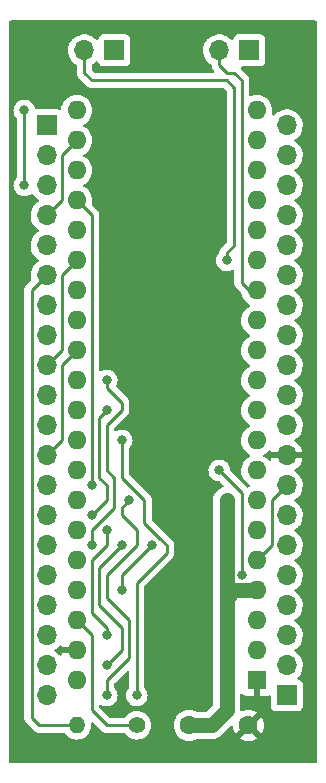
<source format=gbr>
%TF.GenerationSoftware,KiCad,Pcbnew,(6.0.0)*%
%TF.CreationDate,2022-06-05T20:03:01+09:00*%
%TF.ProjectId,phemu6809_emuz80_cnvpcb,7068656d-7536-4383-9039-5f656d757a38,rev?*%
%TF.SameCoordinates,Original*%
%TF.FileFunction,Copper,L2,Bot*%
%TF.FilePolarity,Positive*%
%FSLAX46Y46*%
G04 Gerber Fmt 4.6, Leading zero omitted, Abs format (unit mm)*
G04 Created by KiCad (PCBNEW (6.0.0)) date 2022-06-05 20:03:01*
%MOMM*%
%LPD*%
G01*
G04 APERTURE LIST*
%TA.AperFunction,ComponentPad*%
%ADD10R,1.700000X1.700000*%
%TD*%
%TA.AperFunction,ComponentPad*%
%ADD11O,1.700000X1.700000*%
%TD*%
%TA.AperFunction,ComponentPad*%
%ADD12C,1.600000*%
%TD*%
%TA.AperFunction,ComponentPad*%
%ADD13C,1.400000*%
%TD*%
%TA.AperFunction,ComponentPad*%
%ADD14O,1.400000X1.400000*%
%TD*%
%TA.AperFunction,ComponentPad*%
%ADD15R,1.600000X1.600000*%
%TD*%
%TA.AperFunction,ComponentPad*%
%ADD16O,1.600000X1.600000*%
%TD*%
%TA.AperFunction,ViaPad*%
%ADD17C,0.800000*%
%TD*%
%TA.AperFunction,Conductor*%
%ADD18C,0.250000*%
%TD*%
%TA.AperFunction,Conductor*%
%ADD19C,1.270000*%
%TD*%
G04 APERTURE END LIST*
D10*
%TO.P,J3,1,Pin_1*%
%TO.N,/AB6*%
X126365000Y-57150000D03*
D11*
%TO.P,J3,2,Pin_2*%
%TO.N,/AB6O*%
X123825000Y-57150000D03*
%TD*%
D12*
%TO.P,C1,1*%
%TO.N,+5V*%
X121285000Y-114300000D03*
%TO.P,C1,2*%
%TO.N,GND*%
X126285000Y-114300000D03*
%TD*%
D13*
%TO.P,R1,1*%
%TO.N,/CLK*%
X116840000Y-114300000D03*
D14*
%TO.P,R1,2*%
%TO.N,Net-(J1-Pad6)*%
X111760000Y-114300000D03*
%TD*%
D15*
%TO.P,U1,1,VSS*%
%TO.N,GND*%
X127000000Y-110490000D03*
D16*
%TO.P,U1,2,~{NMI}*%
%TO.N,/NMI*%
X127000000Y-107950000D03*
%TO.P,U1,3,~{IRQ}*%
%TO.N,/IRQ*%
X127000000Y-105410000D03*
%TO.P,U1,4,~{FIRQ}*%
%TO.N,+5V*%
X127000000Y-102870000D03*
%TO.P,U1,5,BS*%
%TO.N,/BS*%
X127000000Y-100330000D03*
%TO.P,U1,6,BA*%
%TO.N,/BA*%
X127000000Y-97790000D03*
%TO.P,U1,7,VCC*%
%TO.N,+5V*%
X127000000Y-95250000D03*
%TO.P,U1,8,A0*%
%TO.N,/AB0*%
X127000000Y-92710000D03*
%TO.P,U1,9,A1*%
%TO.N,/AB1*%
X127000000Y-90170000D03*
%TO.P,U1,10,A2*%
%TO.N,/AB2*%
X127000000Y-87630000D03*
%TO.P,U1,11,A3*%
%TO.N,/AB3*%
X127000000Y-85090000D03*
%TO.P,U1,12,A4*%
%TO.N,/AB4*%
X127000000Y-82550000D03*
%TO.P,U1,13,A5*%
%TO.N,/AB5*%
X127000000Y-80010000D03*
%TO.P,U1,14,A6*%
%TO.N,/AB6O*%
X127000000Y-77470000D03*
%TO.P,U1,15,A7*%
%TO.N,/AB7O*%
X127000000Y-74930000D03*
%TO.P,U1,16,A8*%
%TO.N,/AB8*%
X127000000Y-72390000D03*
%TO.P,U1,17,A9*%
%TO.N,/AB9*%
X127000000Y-69850000D03*
%TO.P,U1,18,A10*%
%TO.N,/AB10*%
X127000000Y-67310000D03*
%TO.P,U1,19,A11*%
%TO.N,/AB11*%
X127000000Y-64770000D03*
%TO.P,U1,20,A12*%
%TO.N,/AB12*%
X127000000Y-62230000D03*
%TO.P,U1,21,A13*%
%TO.N,/AB13*%
X111760000Y-62230000D03*
%TO.P,U1,22,A14*%
%TO.N,/AB14*%
X111760000Y-64770000D03*
%TO.P,U1,23,A15*%
%TO.N,/AB15*%
X111760000Y-67310000D03*
%TO.P,U1,24,D7*%
%TO.N,/DB7*%
X111760000Y-69850000D03*
%TO.P,U1,25,D6*%
%TO.N,/DB6*%
X111760000Y-72390000D03*
%TO.P,U1,26,D5*%
%TO.N,/DB5*%
X111760000Y-74930000D03*
%TO.P,U1,27,D4*%
%TO.N,/DB4*%
X111760000Y-77470000D03*
%TO.P,U1,28,D3*%
%TO.N,/DB3*%
X111760000Y-80010000D03*
%TO.P,U1,29,D2*%
%TO.N,/DB2*%
X111760000Y-82550000D03*
%TO.P,U1,30,D1*%
%TO.N,/DB1*%
X111760000Y-85090000D03*
%TO.P,U1,31,D0*%
%TO.N,/DB0*%
X111760000Y-87630000D03*
%TO.P,U1,32,R/~{W}*%
%TO.N,/RW*%
X111760000Y-90170000D03*
%TO.P,U1,33,~{DMA/BREQ}*%
%TO.N,/DMA*%
X111760000Y-92710000D03*
%TO.P,U1,34,E*%
%TO.N,/E*%
X111760000Y-95250000D03*
%TO.P,U1,35,Q*%
%TO.N,/Q*%
X111760000Y-97790000D03*
%TO.P,U1,36,MRDY*%
%TO.N,/MRDY*%
X111760000Y-100330000D03*
%TO.P,U1,37,~{RESET}*%
%TO.N,/RESET*%
X111760000Y-102870000D03*
%TO.P,U1,38,EXTAL*%
%TO.N,/CLK*%
X111760000Y-105410000D03*
%TO.P,U1,39,XTAL*%
%TO.N,GND*%
X111760000Y-107950000D03*
%TO.P,U1,40,~{HALT}*%
%TO.N,/HALT*%
X111760000Y-110490000D03*
%TD*%
D10*
%TO.P,J4,1,Pin_1*%
%TO.N,/AB7*%
X114935000Y-57150000D03*
D11*
%TO.P,J4,2,Pin_2*%
%TO.N,/AB7O*%
X112395000Y-57150000D03*
%TD*%
D10*
%TO.P,J1,1,Pin_1*%
%TO.N,/AB11*%
X109220000Y-63500000D03*
D11*
%TO.P,J1,2,Pin_2*%
%TO.N,/AB12*%
X109220000Y-66040000D03*
%TO.P,J1,3,Pin_3*%
%TO.N,/AB13*%
X109220000Y-68580000D03*
%TO.P,J1,4,Pin_4*%
%TO.N,/AB14*%
X109220000Y-71120000D03*
%TO.P,J1,5,Pin_5*%
%TO.N,/AB15*%
X109220000Y-73660000D03*
%TO.P,J1,6,Pin_6*%
%TO.N,Net-(J1-Pad6)*%
X109220000Y-76200000D03*
%TO.P,J1,7,Pin_7*%
%TO.N,/DB4*%
X109220000Y-78740000D03*
%TO.P,J1,8,Pin_8*%
%TO.N,/DB3*%
X109220000Y-81280000D03*
%TO.P,J1,9,Pin_9*%
%TO.N,/DB5*%
X109220000Y-83820000D03*
%TO.P,J1,10,Pin_10*%
%TO.N,/DB6*%
X109220000Y-86360000D03*
%TO.P,J1,11,Pin_11*%
%TO.N,+5V*%
X109220000Y-88900000D03*
%TO.P,J1,12,Pin_12*%
%TO.N,/DB2*%
X109220000Y-91440000D03*
%TO.P,J1,13,Pin_13*%
%TO.N,/DB7*%
X109220000Y-93980000D03*
%TO.P,J1,14,Pin_14*%
%TO.N,/DB0*%
X109220000Y-96520000D03*
%TO.P,J1,15,Pin_15*%
%TO.N,/DB1*%
X109220000Y-99060000D03*
%TO.P,J1,16,Pin_16*%
%TO.N,/IRQ*%
X109220000Y-101600000D03*
%TO.P,J1,17,Pin_17*%
%TO.N,/NMI*%
X109220000Y-104140000D03*
%TO.P,J1,18,Pin_18*%
%TO.N,/BA*%
X109220000Y-106680000D03*
%TO.P,J1,19,Pin_19*%
%TO.N,/Q*%
X109220000Y-109220000D03*
%TO.P,J1,20,Pin_20*%
%TO.N,/E*%
X109220000Y-111760000D03*
%TD*%
D10*
%TO.P,J2,1,Pin_1*%
%TO.N,/RW*%
X129540000Y-111760000D03*
D11*
%TO.P,J2,2,Pin_2*%
%TO.N,/HALT*%
X129540000Y-109220000D03*
%TO.P,J2,3,Pin_3*%
%TO.N,unconnected-(J2-Pad3)*%
X129540000Y-106680000D03*
%TO.P,J2,4,Pin_4*%
%TO.N,/MRDY*%
X129540000Y-104140000D03*
%TO.P,J2,5,Pin_5*%
%TO.N,/DMA*%
X129540000Y-101600000D03*
%TO.P,J2,6,Pin_6*%
%TO.N,/RESET*%
X129540000Y-99060000D03*
%TO.P,J2,7,Pin_7*%
%TO.N,unconnected-(J2-Pad7)*%
X129540000Y-96520000D03*
%TO.P,J2,8,Pin_8*%
%TO.N,/BS*%
X129540000Y-93980000D03*
%TO.P,J2,9,Pin_9*%
%TO.N,GND*%
X129540000Y-91440000D03*
%TO.P,J2,10,Pin_10*%
%TO.N,/AB0*%
X129540000Y-88900000D03*
%TO.P,J2,11,Pin_11*%
%TO.N,/AB1*%
X129540000Y-86360000D03*
%TO.P,J2,12,Pin_12*%
%TO.N,/AB2*%
X129540000Y-83820000D03*
%TO.P,J2,13,Pin_13*%
%TO.N,/AB3*%
X129540000Y-81280000D03*
%TO.P,J2,14,Pin_14*%
%TO.N,/AB4*%
X129540000Y-78740000D03*
%TO.P,J2,15,Pin_15*%
%TO.N,/AB5*%
X129540000Y-76200000D03*
%TO.P,J2,16,Pin_16*%
%TO.N,/AB6*%
X129540000Y-73660000D03*
%TO.P,J2,17,Pin_17*%
%TO.N,/AB7*%
X129540000Y-71120000D03*
%TO.P,J2,18,Pin_18*%
%TO.N,/AB8*%
X129540000Y-68580000D03*
%TO.P,J2,19,Pin_19*%
%TO.N,/AB9*%
X129540000Y-66040000D03*
%TO.P,J2,20,Pin_20*%
%TO.N,/AB10*%
X129540000Y-63500000D03*
%TD*%
D17*
%TO.N,GND*%
X124460000Y-88900000D03*
X119380000Y-93980000D03*
X119380000Y-73660000D03*
X106680000Y-116840000D03*
X124460000Y-78740000D03*
X122555000Y-100330000D03*
X106680000Y-55880000D03*
X119380000Y-101600000D03*
X121920000Y-106680000D03*
X119380000Y-83820000D03*
X130810000Y-55880000D03*
X106680000Y-72390000D03*
X114300000Y-78740000D03*
X119380000Y-109220000D03*
X129540000Y-60960000D03*
X114300000Y-68580000D03*
%TO.N,/AB13*%
X107315000Y-68580000D03*
X107315000Y-62230000D03*
%TO.N,+5V*%
X124460000Y-95250000D03*
%TO.N,/DB7*%
X113030000Y-93980000D03*
%TO.N,/BA*%
X114300000Y-97790000D03*
X114300000Y-106680000D03*
%TO.N,/DB1*%
X113030000Y-99060000D03*
X114300000Y-85090000D03*
%TO.N,/DB0*%
X114300000Y-87630000D03*
X113030000Y-96520000D03*
%TO.N,/RW*%
X115570000Y-90170000D03*
X116840000Y-111760000D03*
%TO.N,/DMA*%
X123825000Y-92710000D03*
X125730000Y-101600000D03*
%TO.N,/E*%
X116205000Y-95250000D03*
X114300000Y-111760000D03*
%TO.N,/AB7O*%
X124460000Y-74930000D03*
%TO.N,/Q*%
X115570000Y-99060000D03*
X114300000Y-109220000D03*
%TO.N,/RESET*%
X118110000Y-99060000D03*
X115570000Y-102870000D03*
%TD*%
D18*
%TO.N,/CLK*%
X114300000Y-114300000D02*
X116840000Y-114300000D01*
X113030000Y-113030000D02*
X114300000Y-114300000D01*
X111760000Y-105410000D02*
X113030000Y-106680000D01*
X113030000Y-106680000D02*
X113030000Y-113030000D01*
%TO.N,Net-(J1-Pad6)*%
X107950000Y-77470000D02*
X107950000Y-113665000D01*
X108585000Y-114300000D02*
X111760000Y-114300000D01*
X109220000Y-76200000D02*
X107950000Y-77470000D01*
X107950000Y-113665000D02*
X108585000Y-114300000D01*
%TO.N,/AB13*%
X107315000Y-68580000D02*
X107315000Y-62230000D01*
%TO.N,/AB14*%
X110490000Y-66040000D02*
X111760000Y-64770000D01*
X109220000Y-71120000D02*
X110490000Y-69850000D01*
X110490000Y-69850000D02*
X110490000Y-66040000D01*
D19*
%TO.N,+5V*%
X123190000Y-114300000D02*
X124460000Y-113030000D01*
X124460000Y-113030000D02*
X124460000Y-103505000D01*
X124460000Y-103505000D02*
X124460000Y-95250000D01*
X125095000Y-102870000D02*
X124460000Y-103505000D01*
X127000000Y-102870000D02*
X125095000Y-102870000D01*
X121285000Y-114300000D02*
X123190000Y-114300000D01*
D18*
%TO.N,/DB7*%
X113030000Y-71120000D02*
X111760000Y-69850000D01*
X113030000Y-93980000D02*
X113030000Y-71120000D01*
%TO.N,/BS*%
X127000000Y-100330000D02*
X128270000Y-99060000D01*
X128270000Y-99060000D02*
X128270000Y-95250000D01*
X128270000Y-95250000D02*
X129540000Y-93980000D01*
%TO.N,/BA*%
X114300000Y-99060000D02*
X114300000Y-97790000D01*
X113030000Y-100330000D02*
X114300000Y-99060000D01*
X114300000Y-106045000D02*
X113030000Y-104775000D01*
X113030000Y-100965000D02*
X113030000Y-100330000D01*
X113030000Y-104775000D02*
X113030000Y-100965000D01*
X114300000Y-106680000D02*
X114300000Y-106045000D01*
%TO.N,/DB5*%
X110490000Y-82550000D02*
X110490000Y-76200000D01*
X109220000Y-83820000D02*
X110490000Y-82550000D01*
X110490000Y-76200000D02*
X111760000Y-74930000D01*
%TO.N,/DB2*%
X110490000Y-83820000D02*
X111760000Y-82550000D01*
X109220000Y-91440000D02*
X110490000Y-90170000D01*
X110490000Y-90170000D02*
X110490000Y-83820000D01*
%TO.N,/DB1*%
X113030000Y-97790000D02*
X114300000Y-96520000D01*
X114300000Y-88900000D02*
X114935000Y-88265000D01*
X114935000Y-93980000D02*
X114935000Y-93345000D01*
X114935000Y-88265000D02*
X115570000Y-87630000D01*
X115570000Y-86995000D02*
X114300000Y-85725000D01*
X115570000Y-87630000D02*
X115570000Y-86995000D01*
X114300000Y-92710000D02*
X114300000Y-88900000D01*
X114935000Y-93345000D02*
X114300000Y-92710000D01*
X114300000Y-96520000D02*
X114935000Y-95885000D01*
X113030000Y-99060000D02*
X113030000Y-97790000D01*
X114300000Y-85725000D02*
X114300000Y-85090000D01*
X114935000Y-95885000D02*
X114935000Y-93980000D01*
%TO.N,/DB0*%
X113030000Y-96520000D02*
X113665000Y-95885000D01*
X113665000Y-95885000D02*
X114300000Y-95250000D01*
X114300000Y-95250000D02*
X114300000Y-93980000D01*
X113665000Y-88265000D02*
X114300000Y-87630000D01*
X113665000Y-93345000D02*
X113665000Y-88265000D01*
X114300000Y-93980000D02*
X113665000Y-93345000D01*
%TO.N,/RW*%
X116840000Y-102235000D02*
X116840000Y-111760000D01*
X119380000Y-99695000D02*
X116840000Y-102235000D01*
X119380000Y-99060000D02*
X119380000Y-99695000D01*
X117475000Y-95250000D02*
X117475000Y-97155000D01*
X118745000Y-98425000D02*
X119380000Y-99060000D01*
X115570000Y-90170000D02*
X115570000Y-93345000D01*
X117475000Y-97155000D02*
X118745000Y-98425000D01*
X115570000Y-93345000D02*
X117475000Y-95250000D01*
%TO.N,/DMA*%
X125730000Y-101600000D02*
X125730000Y-94615000D01*
X125730000Y-94615000D02*
X123825000Y-92710000D01*
%TO.N,/AB6O*%
X125730000Y-76835000D02*
X125730000Y-59690000D01*
X125095000Y-59055000D02*
X124460000Y-59055000D01*
X123825000Y-58420000D02*
X123825000Y-57150000D01*
X125730000Y-59690000D02*
X125095000Y-59055000D01*
X124460000Y-59055000D02*
X123825000Y-58420000D01*
X127000000Y-77470000D02*
X126365000Y-77470000D01*
X126365000Y-77470000D02*
X125730000Y-76835000D01*
%TO.N,/E*%
X116840000Y-97790000D02*
X115570000Y-96520000D01*
X115570000Y-95885000D02*
X116205000Y-95250000D01*
X116205000Y-105410000D02*
X114300000Y-103505000D01*
X116205000Y-108585000D02*
X116205000Y-106045000D01*
X114300000Y-101600000D02*
X116840000Y-99060000D01*
X114300000Y-110490000D02*
X116205000Y-108585000D01*
X116205000Y-106045000D02*
X116205000Y-105410000D01*
X116840000Y-99060000D02*
X116840000Y-98425000D01*
X115570000Y-96520000D02*
X115570000Y-95885000D01*
X114300000Y-111760000D02*
X114300000Y-110490000D01*
X114300000Y-103505000D02*
X114300000Y-101600000D01*
X116840000Y-98425000D02*
X116840000Y-97790000D01*
%TO.N,/AB7O*%
X125095000Y-73660000D02*
X125095000Y-60325000D01*
X124460000Y-74930000D02*
X124460000Y-74295000D01*
X112395000Y-59055000D02*
X112395000Y-57150000D01*
X113030000Y-59690000D02*
X112395000Y-59055000D01*
X125095000Y-60325000D02*
X124460000Y-59690000D01*
X124460000Y-74295000D02*
X125095000Y-73660000D01*
X124460000Y-59690000D02*
X113030000Y-59690000D01*
%TO.N,/Q*%
X115570000Y-107950000D02*
X115570000Y-106045000D01*
X115570000Y-106045000D02*
X113665000Y-104140000D01*
X113665000Y-100965000D02*
X115570000Y-99060000D01*
X113665000Y-104140000D02*
X113665000Y-100965000D01*
X114300000Y-109220000D02*
X115570000Y-107950000D01*
%TO.N,/RESET*%
X115570000Y-102870000D02*
X115570000Y-101600000D01*
X115570000Y-101600000D02*
X118110000Y-99060000D01*
%TD*%
%TA.AperFunction,Conductor*%
%TO.N,GND*%
G36*
X132022121Y-54630002D02*
G01*
X132068614Y-54683658D01*
X132080000Y-54736000D01*
X132080000Y-117349000D01*
X132059998Y-117417121D01*
X132006342Y-117463614D01*
X131954000Y-117475000D01*
X106171000Y-117475000D01*
X106102879Y-117454998D01*
X106056386Y-117401342D01*
X106045000Y-117349000D01*
X106045000Y-68580000D01*
X106401496Y-68580000D01*
X106402186Y-68586565D01*
X106415752Y-68715634D01*
X106421458Y-68769928D01*
X106480473Y-68951556D01*
X106483776Y-68957278D01*
X106483777Y-68957279D01*
X106509483Y-69001803D01*
X106575960Y-69116944D01*
X106703747Y-69258866D01*
X106858248Y-69371118D01*
X106864276Y-69373802D01*
X106864278Y-69373803D01*
X106998922Y-69433750D01*
X107032712Y-69448794D01*
X107119009Y-69467137D01*
X107213056Y-69487128D01*
X107213061Y-69487128D01*
X107219513Y-69488500D01*
X107410487Y-69488500D01*
X107416939Y-69487128D01*
X107416944Y-69487128D01*
X107510991Y-69467137D01*
X107597288Y-69448794D01*
X107631078Y-69433750D01*
X107765722Y-69373803D01*
X107765724Y-69373802D01*
X107771752Y-69371118D01*
X107846820Y-69316578D01*
X107896510Y-69280476D01*
X107963378Y-69256617D01*
X108032529Y-69272698D01*
X108078004Y-69316578D01*
X108117287Y-69380684D01*
X108117295Y-69380694D01*
X108119987Y-69385088D01*
X108266250Y-69553938D01*
X108438126Y-69696632D01*
X108508595Y-69737811D01*
X108511445Y-69739476D01*
X108560169Y-69791114D01*
X108573240Y-69860897D01*
X108546509Y-69926669D01*
X108506055Y-69960027D01*
X108493607Y-69966507D01*
X108489474Y-69969610D01*
X108489471Y-69969612D01*
X108337917Y-70083402D01*
X108314965Y-70100635D01*
X108160629Y-70262138D01*
X108034743Y-70446680D01*
X107940688Y-70649305D01*
X107880989Y-70864570D01*
X107857251Y-71086695D01*
X107857548Y-71091848D01*
X107857548Y-71091851D01*
X107863011Y-71186590D01*
X107870110Y-71309715D01*
X107871247Y-71314761D01*
X107871248Y-71314767D01*
X107893533Y-71413650D01*
X107919222Y-71527639D01*
X108003266Y-71734616D01*
X108119987Y-71925088D01*
X108266250Y-72093938D01*
X108438126Y-72236632D01*
X108508595Y-72277811D01*
X108511445Y-72279476D01*
X108560169Y-72331114D01*
X108573240Y-72400897D01*
X108546509Y-72466669D01*
X108506055Y-72500027D01*
X108493607Y-72506507D01*
X108489474Y-72509610D01*
X108489471Y-72509612D01*
X108344996Y-72618087D01*
X108314965Y-72640635D01*
X108160629Y-72802138D01*
X108034743Y-72986680D01*
X107940688Y-73189305D01*
X107880989Y-73404570D01*
X107857251Y-73626695D01*
X107857548Y-73631848D01*
X107857548Y-73631851D01*
X107867416Y-73803000D01*
X107870110Y-73849715D01*
X107871247Y-73854761D01*
X107871248Y-73854767D01*
X107893533Y-73953650D01*
X107919222Y-74067639D01*
X108003266Y-74274616D01*
X108119987Y-74465088D01*
X108266250Y-74633938D01*
X108438126Y-74776632D01*
X108508595Y-74817811D01*
X108511445Y-74819476D01*
X108560169Y-74871114D01*
X108573240Y-74940897D01*
X108546509Y-75006669D01*
X108506055Y-75040027D01*
X108493607Y-75046507D01*
X108489474Y-75049610D01*
X108489471Y-75049612D01*
X108337917Y-75163402D01*
X108314965Y-75180635D01*
X108160629Y-75342138D01*
X108157715Y-75346410D01*
X108157714Y-75346411D01*
X108079393Y-75461226D01*
X108034743Y-75526680D01*
X108006860Y-75586749D01*
X107943524Y-75723196D01*
X107940688Y-75729305D01*
X107880989Y-75944570D01*
X107857251Y-76166695D01*
X107857548Y-76171848D01*
X107857548Y-76171851D01*
X107863011Y-76266590D01*
X107870110Y-76389715D01*
X107871247Y-76394761D01*
X107871248Y-76394767D01*
X107903453Y-76537668D01*
X107898917Y-76608520D01*
X107869631Y-76654464D01*
X107557747Y-76966348D01*
X107549461Y-76973888D01*
X107542982Y-76978000D01*
X107537557Y-76983777D01*
X107496357Y-77027651D01*
X107493602Y-77030493D01*
X107473865Y-77050230D01*
X107471385Y-77053427D01*
X107463682Y-77062447D01*
X107433414Y-77094679D01*
X107429595Y-77101625D01*
X107429593Y-77101628D01*
X107423652Y-77112434D01*
X107412801Y-77128953D01*
X107400386Y-77144959D01*
X107397241Y-77152228D01*
X107397238Y-77152232D01*
X107382826Y-77185537D01*
X107377609Y-77196187D01*
X107356305Y-77234940D01*
X107354334Y-77242615D01*
X107354334Y-77242616D01*
X107351267Y-77254562D01*
X107344863Y-77273266D01*
X107336819Y-77291855D01*
X107335580Y-77299678D01*
X107335577Y-77299688D01*
X107329901Y-77335524D01*
X107327495Y-77347144D01*
X107316500Y-77389970D01*
X107316500Y-77410224D01*
X107314949Y-77429934D01*
X107311780Y-77449943D01*
X107312526Y-77457835D01*
X107315941Y-77493961D01*
X107316500Y-77505819D01*
X107316500Y-113586233D01*
X107315973Y-113597416D01*
X107314298Y-113604909D01*
X107314547Y-113612835D01*
X107314547Y-113612836D01*
X107316438Y-113672986D01*
X107316500Y-113676945D01*
X107316500Y-113704856D01*
X107316997Y-113708790D01*
X107316997Y-113708791D01*
X107317005Y-113708856D01*
X107317938Y-113720693D01*
X107319327Y-113764889D01*
X107324978Y-113784339D01*
X107328987Y-113803700D01*
X107331526Y-113823797D01*
X107334445Y-113831168D01*
X107334445Y-113831170D01*
X107347804Y-113864912D01*
X107351649Y-113876142D01*
X107363982Y-113918593D01*
X107368015Y-113925412D01*
X107368017Y-113925417D01*
X107374293Y-113936028D01*
X107382988Y-113953776D01*
X107390448Y-113972617D01*
X107395110Y-113979033D01*
X107395110Y-113979034D01*
X107416436Y-114008387D01*
X107422952Y-114018307D01*
X107445458Y-114056362D01*
X107459779Y-114070683D01*
X107472619Y-114085716D01*
X107484528Y-114102107D01*
X107490634Y-114107158D01*
X107518605Y-114130298D01*
X107527384Y-114138288D01*
X108081343Y-114692247D01*
X108088887Y-114700537D01*
X108093000Y-114707018D01*
X108098777Y-114712443D01*
X108142667Y-114753658D01*
X108145509Y-114756413D01*
X108165231Y-114776135D01*
X108168352Y-114778556D01*
X108168359Y-114778562D01*
X108168424Y-114778612D01*
X108177445Y-114786317D01*
X108209679Y-114816586D01*
X108216627Y-114820405D01*
X108216629Y-114820407D01*
X108227432Y-114826346D01*
X108243959Y-114837202D01*
X108253698Y-114844757D01*
X108253700Y-114844758D01*
X108259960Y-114849614D01*
X108300540Y-114867174D01*
X108311186Y-114872390D01*
X108349940Y-114893695D01*
X108357616Y-114895666D01*
X108357619Y-114895667D01*
X108369562Y-114898733D01*
X108388266Y-114905137D01*
X108388269Y-114905138D01*
X108406855Y-114913181D01*
X108414678Y-114914420D01*
X108414688Y-114914423D01*
X108450524Y-114920099D01*
X108462144Y-114922505D01*
X108497289Y-114931528D01*
X108504970Y-114933500D01*
X108525224Y-114933500D01*
X108544934Y-114935051D01*
X108564943Y-114938220D01*
X108572835Y-114937474D01*
X108608961Y-114934059D01*
X108620819Y-114933500D01*
X110662685Y-114933500D01*
X110730806Y-114953502D01*
X110765898Y-114987230D01*
X110830699Y-115079776D01*
X110980224Y-115229301D01*
X111153442Y-115350589D01*
X111158420Y-115352910D01*
X111158423Y-115352912D01*
X111339872Y-115437523D01*
X111345090Y-115439956D01*
X111350398Y-115441378D01*
X111350400Y-115441379D01*
X111544030Y-115493262D01*
X111544032Y-115493262D01*
X111549345Y-115494686D01*
X111760000Y-115513116D01*
X111970655Y-115494686D01*
X111975968Y-115493262D01*
X111975970Y-115493262D01*
X112169600Y-115441379D01*
X112169602Y-115441378D01*
X112174910Y-115439956D01*
X112180128Y-115437523D01*
X112361577Y-115352912D01*
X112361580Y-115352910D01*
X112366558Y-115350589D01*
X112539776Y-115229301D01*
X112689301Y-115079776D01*
X112810589Y-114906558D01*
X112814239Y-114898732D01*
X112897633Y-114719892D01*
X112897634Y-114719891D01*
X112899956Y-114714910D01*
X112904355Y-114698495D01*
X112953262Y-114515970D01*
X112953262Y-114515968D01*
X112954686Y-114510655D01*
X112973116Y-114300000D01*
X112961967Y-114172563D01*
X112975956Y-114102959D01*
X113025356Y-114051966D01*
X113094482Y-114035776D01*
X113161387Y-114059529D01*
X113176583Y-114072487D01*
X113796343Y-114692247D01*
X113803887Y-114700537D01*
X113808000Y-114707018D01*
X113813777Y-114712443D01*
X113857667Y-114753658D01*
X113860509Y-114756413D01*
X113880230Y-114776134D01*
X113883425Y-114778612D01*
X113892446Y-114786317D01*
X113924679Y-114816586D01*
X113935858Y-114822732D01*
X113942432Y-114826346D01*
X113958956Y-114837199D01*
X113974959Y-114849613D01*
X114015543Y-114867176D01*
X114026173Y-114872383D01*
X114064940Y-114893695D01*
X114072617Y-114895666D01*
X114072622Y-114895668D01*
X114084558Y-114898732D01*
X114103266Y-114905137D01*
X114121855Y-114913181D01*
X114129683Y-114914421D01*
X114129690Y-114914423D01*
X114165524Y-114920099D01*
X114177144Y-114922505D01*
X114212289Y-114931528D01*
X114219970Y-114933500D01*
X114240224Y-114933500D01*
X114259934Y-114935051D01*
X114279943Y-114938220D01*
X114287835Y-114937474D01*
X114323961Y-114934059D01*
X114335819Y-114933500D01*
X115742685Y-114933500D01*
X115810806Y-114953502D01*
X115845898Y-114987230D01*
X115910699Y-115079776D01*
X116060224Y-115229301D01*
X116233442Y-115350589D01*
X116238420Y-115352910D01*
X116238423Y-115352912D01*
X116419872Y-115437523D01*
X116425090Y-115439956D01*
X116430398Y-115441378D01*
X116430400Y-115441379D01*
X116624030Y-115493262D01*
X116624032Y-115493262D01*
X116629345Y-115494686D01*
X116840000Y-115513116D01*
X117050655Y-115494686D01*
X117055968Y-115493262D01*
X117055970Y-115493262D01*
X117249600Y-115441379D01*
X117249602Y-115441378D01*
X117254910Y-115439956D01*
X117260128Y-115437523D01*
X117441577Y-115352912D01*
X117441580Y-115352910D01*
X117446558Y-115350589D01*
X117619776Y-115229301D01*
X117769301Y-115079776D01*
X117890589Y-114906558D01*
X117894239Y-114898732D01*
X117977633Y-114719892D01*
X117977634Y-114719891D01*
X117979956Y-114714910D01*
X117984355Y-114698495D01*
X118033262Y-114515970D01*
X118033262Y-114515968D01*
X118034686Y-114510655D01*
X118053116Y-114300000D01*
X118034686Y-114089345D01*
X118031507Y-114077481D01*
X117981379Y-113890400D01*
X117981378Y-113890398D01*
X117979956Y-113885090D01*
X117977633Y-113880108D01*
X117892912Y-113698423D01*
X117892910Y-113698420D01*
X117890589Y-113693442D01*
X117769301Y-113520224D01*
X117619776Y-113370699D01*
X117446558Y-113249411D01*
X117441580Y-113247090D01*
X117441577Y-113247088D01*
X117259892Y-113162367D01*
X117259891Y-113162366D01*
X117254910Y-113160044D01*
X117249602Y-113158622D01*
X117249600Y-113158621D01*
X117055970Y-113106738D01*
X117055968Y-113106738D01*
X117050655Y-113105314D01*
X116840000Y-113086884D01*
X116629345Y-113105314D01*
X116624032Y-113106738D01*
X116624030Y-113106738D01*
X116430400Y-113158621D01*
X116430398Y-113158622D01*
X116425090Y-113160044D01*
X116420109Y-113162366D01*
X116420108Y-113162367D01*
X116238423Y-113247088D01*
X116238420Y-113247090D01*
X116233442Y-113249411D01*
X116060224Y-113370699D01*
X115910699Y-113520224D01*
X115869841Y-113578576D01*
X115845898Y-113612770D01*
X115790441Y-113657099D01*
X115742685Y-113666500D01*
X114614595Y-113666500D01*
X114546474Y-113646498D01*
X114525500Y-113629595D01*
X113700405Y-112804500D01*
X113666379Y-112742188D01*
X113663500Y-112715405D01*
X113663500Y-112664782D01*
X113683502Y-112596661D01*
X113737158Y-112550168D01*
X113807432Y-112540064D01*
X113842730Y-112552282D01*
X113843248Y-112551118D01*
X114017712Y-112628794D01*
X114104009Y-112647137D01*
X114198056Y-112667128D01*
X114198061Y-112667128D01*
X114204513Y-112668500D01*
X114395487Y-112668500D01*
X114401939Y-112667128D01*
X114401944Y-112667128D01*
X114495991Y-112647137D01*
X114582288Y-112628794D01*
X114588319Y-112626109D01*
X114750722Y-112553803D01*
X114750724Y-112553802D01*
X114756752Y-112551118D01*
X114771967Y-112540064D01*
X114885691Y-112457438D01*
X114911253Y-112438866D01*
X115039040Y-112296944D01*
X115134527Y-112131556D01*
X115193542Y-111949928D01*
X115206157Y-111829908D01*
X115212814Y-111766565D01*
X115213504Y-111760000D01*
X115208237Y-111709889D01*
X115194232Y-111576635D01*
X115194232Y-111576633D01*
X115193542Y-111570072D01*
X115134527Y-111388444D01*
X115039040Y-111223056D01*
X114965863Y-111141785D01*
X114935147Y-111077779D01*
X114933500Y-111057476D01*
X114933500Y-110804594D01*
X114953502Y-110736473D01*
X114970405Y-110715499D01*
X115991405Y-109694500D01*
X116053717Y-109660474D01*
X116124533Y-109665539D01*
X116181368Y-109708086D01*
X116206179Y-109774606D01*
X116206500Y-109783595D01*
X116206500Y-111057476D01*
X116186498Y-111125597D01*
X116174142Y-111141779D01*
X116100960Y-111223056D01*
X116005473Y-111388444D01*
X115946458Y-111570072D01*
X115945768Y-111576633D01*
X115945768Y-111576635D01*
X115931763Y-111709889D01*
X115926496Y-111760000D01*
X115927186Y-111766565D01*
X115933844Y-111829908D01*
X115946458Y-111949928D01*
X116005473Y-112131556D01*
X116100960Y-112296944D01*
X116228747Y-112438866D01*
X116254309Y-112457438D01*
X116368034Y-112540064D01*
X116383248Y-112551118D01*
X116389276Y-112553802D01*
X116389278Y-112553803D01*
X116551681Y-112626109D01*
X116557712Y-112628794D01*
X116644009Y-112647137D01*
X116738056Y-112667128D01*
X116738061Y-112667128D01*
X116744513Y-112668500D01*
X116935487Y-112668500D01*
X116941939Y-112667128D01*
X116941944Y-112667128D01*
X117035991Y-112647137D01*
X117122288Y-112628794D01*
X117128319Y-112626109D01*
X117290722Y-112553803D01*
X117290724Y-112553802D01*
X117296752Y-112551118D01*
X117311967Y-112540064D01*
X117425691Y-112457438D01*
X117451253Y-112438866D01*
X117579040Y-112296944D01*
X117674527Y-112131556D01*
X117733542Y-111949928D01*
X117746157Y-111829908D01*
X117752814Y-111766565D01*
X117753504Y-111760000D01*
X117748237Y-111709889D01*
X117734232Y-111576635D01*
X117734232Y-111576633D01*
X117733542Y-111570072D01*
X117674527Y-111388444D01*
X117579040Y-111223056D01*
X117505863Y-111141785D01*
X117475147Y-111077779D01*
X117473500Y-111057476D01*
X117473500Y-102549594D01*
X117493502Y-102481473D01*
X117510405Y-102460499D01*
X119772247Y-100198657D01*
X119780537Y-100191113D01*
X119787018Y-100187000D01*
X119833659Y-100137332D01*
X119836413Y-100134491D01*
X119856134Y-100114770D01*
X119858612Y-100111575D01*
X119866318Y-100102553D01*
X119891158Y-100076101D01*
X119896586Y-100070321D01*
X119906346Y-100052568D01*
X119917199Y-100036045D01*
X119924753Y-100026306D01*
X119929613Y-100020041D01*
X119947176Y-99979457D01*
X119952383Y-99968827D01*
X119973695Y-99930060D01*
X119975666Y-99922383D01*
X119975668Y-99922378D01*
X119978732Y-99910442D01*
X119985138Y-99891730D01*
X119987704Y-99885802D01*
X119993181Y-99873145D01*
X120000097Y-99829481D01*
X120002504Y-99817860D01*
X120011528Y-99782711D01*
X120011528Y-99782710D01*
X120013500Y-99775030D01*
X120013500Y-99754769D01*
X120015051Y-99735058D01*
X120016979Y-99722885D01*
X120018219Y-99715057D01*
X120014059Y-99671046D01*
X120013500Y-99659189D01*
X120013500Y-99138768D01*
X120014027Y-99127585D01*
X120015702Y-99120092D01*
X120013562Y-99052001D01*
X120013500Y-99048044D01*
X120013500Y-99020144D01*
X120012996Y-99016153D01*
X120012063Y-99004311D01*
X120010923Y-98968036D01*
X120010674Y-98960111D01*
X120005021Y-98940652D01*
X120001012Y-98921293D01*
X120000846Y-98919983D01*
X119998474Y-98901203D01*
X119995558Y-98893837D01*
X119995556Y-98893831D01*
X119982200Y-98860098D01*
X119978355Y-98848868D01*
X119968230Y-98814017D01*
X119968230Y-98814016D01*
X119966019Y-98806407D01*
X119955705Y-98788966D01*
X119947008Y-98771213D01*
X119942472Y-98759758D01*
X119939552Y-98752383D01*
X119913563Y-98716612D01*
X119907047Y-98706692D01*
X119884542Y-98668638D01*
X119870221Y-98654317D01*
X119857380Y-98639283D01*
X119850132Y-98629307D01*
X119845472Y-98622893D01*
X119811407Y-98594712D01*
X119802626Y-98586722D01*
X119485737Y-98269832D01*
X118145404Y-96929499D01*
X118111379Y-96867187D01*
X118108500Y-96840404D01*
X118108500Y-95328767D01*
X118109027Y-95317584D01*
X118110702Y-95310091D01*
X118108986Y-95255475D01*
X118108562Y-95242001D01*
X118108500Y-95238043D01*
X118108500Y-95210144D01*
X118107996Y-95206153D01*
X118107063Y-95194311D01*
X118106473Y-95175516D01*
X118105674Y-95150111D01*
X118103462Y-95142497D01*
X118103461Y-95142492D01*
X118100023Y-95130659D01*
X118096012Y-95111295D01*
X118094467Y-95099064D01*
X118093474Y-95091203D01*
X118090557Y-95083836D01*
X118090556Y-95083831D01*
X118077198Y-95050092D01*
X118073354Y-95038865D01*
X118070021Y-95027393D01*
X118061018Y-94996407D01*
X118050707Y-94978972D01*
X118042012Y-94961224D01*
X118034552Y-94942383D01*
X118008564Y-94906613D01*
X118002048Y-94896693D01*
X117983580Y-94865465D01*
X117983578Y-94865462D01*
X117979542Y-94858638D01*
X117965221Y-94844317D01*
X117952380Y-94829283D01*
X117945131Y-94819306D01*
X117940472Y-94812893D01*
X117906395Y-94784702D01*
X117897616Y-94776712D01*
X116240405Y-93119500D01*
X116206379Y-93057188D01*
X116203500Y-93030405D01*
X116203500Y-90872524D01*
X116223502Y-90804403D01*
X116235858Y-90788221D01*
X116309040Y-90706944D01*
X116369161Y-90602812D01*
X116401223Y-90547279D01*
X116401224Y-90547278D01*
X116404527Y-90541556D01*
X116463542Y-90359928D01*
X116468977Y-90308222D01*
X116482814Y-90176565D01*
X116483504Y-90170000D01*
X116476313Y-90101581D01*
X116464232Y-89986635D01*
X116464232Y-89986633D01*
X116463542Y-89980072D01*
X116404527Y-89798444D01*
X116309040Y-89633056D01*
X116281147Y-89602077D01*
X116185675Y-89496045D01*
X116185674Y-89496044D01*
X116181253Y-89491134D01*
X116058311Y-89401811D01*
X116032094Y-89382763D01*
X116032093Y-89382762D01*
X116026752Y-89378882D01*
X116020724Y-89376198D01*
X116020722Y-89376197D01*
X115858319Y-89303891D01*
X115858318Y-89303891D01*
X115852288Y-89301206D01*
X115743847Y-89278156D01*
X115671944Y-89262872D01*
X115671939Y-89262872D01*
X115665487Y-89261500D01*
X115474513Y-89261500D01*
X115468061Y-89262872D01*
X115468056Y-89262872D01*
X115396153Y-89278156D01*
X115287712Y-89301206D01*
X115281682Y-89303891D01*
X115281681Y-89303891D01*
X115187013Y-89346040D01*
X115113248Y-89378882D01*
X115112323Y-89376804D01*
X115053512Y-89391076D01*
X114986419Y-89367859D01*
X114942528Y-89312055D01*
X114933500Y-89265218D01*
X114933500Y-89214594D01*
X114953502Y-89146473D01*
X114970405Y-89125499D01*
X115962247Y-88133657D01*
X115970537Y-88126113D01*
X115977018Y-88122000D01*
X116023659Y-88072332D01*
X116026413Y-88069491D01*
X116046135Y-88049769D01*
X116048612Y-88046576D01*
X116056317Y-88037555D01*
X116081159Y-88011100D01*
X116086586Y-88005321D01*
X116090407Y-87998371D01*
X116096346Y-87987568D01*
X116107202Y-87971041D01*
X116114757Y-87961302D01*
X116114758Y-87961300D01*
X116119614Y-87955040D01*
X116137174Y-87914460D01*
X116142391Y-87903812D01*
X116159875Y-87872009D01*
X116159876Y-87872007D01*
X116163695Y-87865060D01*
X116166893Y-87852607D01*
X116168733Y-87845438D01*
X116175137Y-87826734D01*
X116180033Y-87815420D01*
X116180033Y-87815419D01*
X116183181Y-87808145D01*
X116184420Y-87800322D01*
X116184423Y-87800312D01*
X116190099Y-87764476D01*
X116192505Y-87752856D01*
X116201528Y-87717711D01*
X116201528Y-87717710D01*
X116203500Y-87710030D01*
X116203500Y-87689776D01*
X116205051Y-87670065D01*
X116206980Y-87657886D01*
X116208220Y-87650057D01*
X116204059Y-87606038D01*
X116203500Y-87594181D01*
X116203500Y-87073767D01*
X116204027Y-87062584D01*
X116205702Y-87055091D01*
X116203562Y-86987014D01*
X116203500Y-86983055D01*
X116203500Y-86955144D01*
X116202995Y-86951144D01*
X116202062Y-86939301D01*
X116200922Y-86903029D01*
X116200673Y-86895110D01*
X116195022Y-86875658D01*
X116191014Y-86856306D01*
X116189467Y-86844063D01*
X116188474Y-86836203D01*
X116185556Y-86828832D01*
X116172200Y-86795097D01*
X116168355Y-86783870D01*
X116161770Y-86761206D01*
X116156018Y-86741407D01*
X116151984Y-86734585D01*
X116151981Y-86734579D01*
X116145706Y-86723968D01*
X116137010Y-86706218D01*
X116132472Y-86694756D01*
X116132469Y-86694751D01*
X116129552Y-86687383D01*
X116106868Y-86656161D01*
X116103573Y-86651625D01*
X116097057Y-86641707D01*
X116078575Y-86610457D01*
X116074542Y-86603637D01*
X116060218Y-86589313D01*
X116047376Y-86574278D01*
X116035472Y-86557893D01*
X116001406Y-86529711D01*
X115992627Y-86521722D01*
X115128931Y-85658026D01*
X115094905Y-85595714D01*
X115099970Y-85524899D01*
X115108907Y-85505931D01*
X115131223Y-85467279D01*
X115131224Y-85467278D01*
X115134527Y-85461556D01*
X115193542Y-85279928D01*
X115199620Y-85222104D01*
X115212814Y-85096565D01*
X115213504Y-85090000D01*
X115193542Y-84900072D01*
X115134527Y-84718444D01*
X115039040Y-84553056D01*
X115011147Y-84522077D01*
X114915675Y-84416045D01*
X114915674Y-84416044D01*
X114911253Y-84411134D01*
X114788311Y-84321811D01*
X114762094Y-84302763D01*
X114762093Y-84302762D01*
X114756752Y-84298882D01*
X114750724Y-84296198D01*
X114750722Y-84296197D01*
X114588319Y-84223891D01*
X114588318Y-84223891D01*
X114582288Y-84221206D01*
X114473847Y-84198156D01*
X114401944Y-84182872D01*
X114401939Y-84182872D01*
X114395487Y-84181500D01*
X114204513Y-84181500D01*
X114198061Y-84182872D01*
X114198056Y-84182872D01*
X114126153Y-84198156D01*
X114017712Y-84221206D01*
X114011682Y-84223891D01*
X114011681Y-84223891D01*
X113917013Y-84266040D01*
X113843248Y-84298882D01*
X113842323Y-84296804D01*
X113783512Y-84311076D01*
X113716419Y-84287859D01*
X113672528Y-84232055D01*
X113663500Y-84185218D01*
X113663500Y-71198767D01*
X113664027Y-71187584D01*
X113665702Y-71180091D01*
X113663562Y-71112014D01*
X113663500Y-71108055D01*
X113663500Y-71080144D01*
X113662995Y-71076144D01*
X113662062Y-71064301D01*
X113660922Y-71028029D01*
X113660673Y-71020110D01*
X113655022Y-71000658D01*
X113651014Y-70981306D01*
X113649467Y-70969063D01*
X113648474Y-70961203D01*
X113645556Y-70953832D01*
X113632200Y-70920097D01*
X113628355Y-70908870D01*
X113623552Y-70892339D01*
X113616018Y-70866407D01*
X113611984Y-70859585D01*
X113611981Y-70859579D01*
X113605706Y-70848968D01*
X113597010Y-70831218D01*
X113592472Y-70819756D01*
X113592469Y-70819751D01*
X113589552Y-70812383D01*
X113576901Y-70794970D01*
X113563573Y-70776625D01*
X113557057Y-70766707D01*
X113538575Y-70735457D01*
X113534542Y-70728637D01*
X113520218Y-70714313D01*
X113507376Y-70699278D01*
X113495472Y-70682893D01*
X113461406Y-70654711D01*
X113452627Y-70646722D01*
X113069152Y-70263247D01*
X113035126Y-70200935D01*
X113036540Y-70141541D01*
X113040471Y-70126870D01*
X113053543Y-70078087D01*
X113073498Y-69850000D01*
X113053543Y-69621913D01*
X113007156Y-69448794D01*
X112995707Y-69406067D01*
X112995706Y-69406065D01*
X112994284Y-69400757D01*
X112988797Y-69388990D01*
X112899849Y-69198238D01*
X112899846Y-69198233D01*
X112897523Y-69193251D01*
X112816023Y-69076857D01*
X112769357Y-69010211D01*
X112769355Y-69010208D01*
X112766198Y-69005700D01*
X112604300Y-68843802D01*
X112599792Y-68840645D01*
X112599789Y-68840643D01*
X112489424Y-68763365D01*
X112416749Y-68712477D01*
X112411767Y-68710154D01*
X112411762Y-68710151D01*
X112377543Y-68694195D01*
X112324258Y-68647278D01*
X112304797Y-68579001D01*
X112325339Y-68511041D01*
X112377543Y-68465805D01*
X112411762Y-68449849D01*
X112411767Y-68449846D01*
X112416749Y-68447523D01*
X112552681Y-68352342D01*
X112599789Y-68319357D01*
X112599792Y-68319355D01*
X112604300Y-68316198D01*
X112766198Y-68154300D01*
X112775720Y-68140702D01*
X112894366Y-67971257D01*
X112897523Y-67966749D01*
X112899846Y-67961767D01*
X112899849Y-67961762D01*
X112991961Y-67764225D01*
X112991961Y-67764224D01*
X112994284Y-67759243D01*
X112996060Y-67752617D01*
X113052119Y-67543402D01*
X113052119Y-67543400D01*
X113053543Y-67538087D01*
X113073498Y-67310000D01*
X113053543Y-67081913D01*
X113009327Y-66916898D01*
X112995707Y-66866067D01*
X112995706Y-66866065D01*
X112994284Y-66860757D01*
X112991961Y-66855775D01*
X112899849Y-66658238D01*
X112899846Y-66658233D01*
X112897523Y-66653251D01*
X112816023Y-66536857D01*
X112769357Y-66470211D01*
X112769355Y-66470208D01*
X112766198Y-66465700D01*
X112604300Y-66303802D01*
X112599792Y-66300645D01*
X112599789Y-66300643D01*
X112491112Y-66224547D01*
X112416749Y-66172477D01*
X112411767Y-66170154D01*
X112411762Y-66170151D01*
X112377543Y-66154195D01*
X112324258Y-66107278D01*
X112304797Y-66039001D01*
X112325339Y-65971041D01*
X112377543Y-65925805D01*
X112411762Y-65909849D01*
X112411767Y-65909846D01*
X112416749Y-65907523D01*
X112552681Y-65812342D01*
X112599789Y-65779357D01*
X112599792Y-65779355D01*
X112604300Y-65776198D01*
X112766198Y-65614300D01*
X112775720Y-65600702D01*
X112894366Y-65431257D01*
X112897523Y-65426749D01*
X112899846Y-65421767D01*
X112899849Y-65421762D01*
X112991961Y-65224225D01*
X112991961Y-65224224D01*
X112994284Y-65219243D01*
X112996060Y-65212617D01*
X113052119Y-65003402D01*
X113052120Y-65003397D01*
X113053543Y-64998087D01*
X113073498Y-64770000D01*
X113053543Y-64541913D01*
X113009969Y-64379292D01*
X112995707Y-64326067D01*
X112995706Y-64326065D01*
X112994284Y-64320757D01*
X112991961Y-64315775D01*
X112899849Y-64118238D01*
X112899846Y-64118233D01*
X112897523Y-64113251D01*
X112816023Y-63996857D01*
X112769357Y-63930211D01*
X112769355Y-63930208D01*
X112766198Y-63925700D01*
X112604300Y-63763802D01*
X112599792Y-63760645D01*
X112599789Y-63760643D01*
X112491112Y-63684547D01*
X112416749Y-63632477D01*
X112411767Y-63630154D01*
X112411762Y-63630151D01*
X112377543Y-63614195D01*
X112324258Y-63567278D01*
X112304797Y-63499001D01*
X112325339Y-63431041D01*
X112377543Y-63385805D01*
X112411762Y-63369849D01*
X112411767Y-63369846D01*
X112416749Y-63367523D01*
X112552681Y-63272342D01*
X112599789Y-63239357D01*
X112599792Y-63239355D01*
X112604300Y-63236198D01*
X112766198Y-63074300D01*
X112775720Y-63060702D01*
X112894366Y-62891257D01*
X112897523Y-62886749D01*
X112899846Y-62881767D01*
X112899849Y-62881762D01*
X112991961Y-62684225D01*
X112991961Y-62684224D01*
X112994284Y-62679243D01*
X112996060Y-62672617D01*
X113052119Y-62463402D01*
X113052119Y-62463400D01*
X113053543Y-62458087D01*
X113073498Y-62230000D01*
X113053543Y-62001913D01*
X113052119Y-61996598D01*
X112995707Y-61786067D01*
X112995706Y-61786065D01*
X112994284Y-61780757D01*
X112951100Y-61688148D01*
X112899849Y-61578238D01*
X112899846Y-61578233D01*
X112897523Y-61573251D01*
X112803437Y-61438882D01*
X112769357Y-61390211D01*
X112769355Y-61390208D01*
X112766198Y-61385700D01*
X112604300Y-61223802D01*
X112599792Y-61220645D01*
X112599789Y-61220643D01*
X112521611Y-61165902D01*
X112416749Y-61092477D01*
X112411767Y-61090154D01*
X112411762Y-61090151D01*
X112214225Y-60998039D01*
X112214224Y-60998039D01*
X112209243Y-60995716D01*
X112203935Y-60994294D01*
X112203933Y-60994293D01*
X111993402Y-60937881D01*
X111993400Y-60937881D01*
X111988087Y-60936457D01*
X111760000Y-60916502D01*
X111531913Y-60936457D01*
X111526600Y-60937881D01*
X111526598Y-60937881D01*
X111316067Y-60994293D01*
X111316065Y-60994294D01*
X111310757Y-60995716D01*
X111305776Y-60998039D01*
X111305775Y-60998039D01*
X111108238Y-61090151D01*
X111108233Y-61090154D01*
X111103251Y-61092477D01*
X110998389Y-61165902D01*
X110920211Y-61220643D01*
X110920208Y-61220645D01*
X110915700Y-61223802D01*
X110753802Y-61385700D01*
X110750645Y-61390208D01*
X110750643Y-61390211D01*
X110716563Y-61438882D01*
X110622477Y-61573251D01*
X110620154Y-61578233D01*
X110620151Y-61578238D01*
X110568900Y-61688148D01*
X110525716Y-61780757D01*
X110524294Y-61786065D01*
X110524293Y-61786067D01*
X110467881Y-61996598D01*
X110466457Y-62001913D01*
X110462544Y-62046635D01*
X110459428Y-62082253D01*
X110433564Y-62148371D01*
X110376061Y-62190011D01*
X110305173Y-62193951D01*
X110289682Y-62189254D01*
X110180316Y-62148255D01*
X110118134Y-62141500D01*
X108331428Y-62141500D01*
X108263307Y-62121498D01*
X108216814Y-62067842D01*
X108208961Y-62044058D01*
X108208542Y-62040072D01*
X108149527Y-61858444D01*
X108054040Y-61693056D01*
X107926253Y-61551134D01*
X107771752Y-61438882D01*
X107765724Y-61436198D01*
X107765722Y-61436197D01*
X107603319Y-61363891D01*
X107603318Y-61363891D01*
X107597288Y-61361206D01*
X107503887Y-61341353D01*
X107416944Y-61322872D01*
X107416939Y-61322872D01*
X107410487Y-61321500D01*
X107219513Y-61321500D01*
X107213061Y-61322872D01*
X107213056Y-61322872D01*
X107126113Y-61341353D01*
X107032712Y-61361206D01*
X107026682Y-61363891D01*
X107026681Y-61363891D01*
X106864278Y-61436197D01*
X106864276Y-61436198D01*
X106858248Y-61438882D01*
X106703747Y-61551134D01*
X106575960Y-61693056D01*
X106480473Y-61858444D01*
X106421458Y-62040072D01*
X106420768Y-62046633D01*
X106420768Y-62046635D01*
X106412900Y-62121498D01*
X106401496Y-62230000D01*
X106402186Y-62236565D01*
X106414068Y-62349612D01*
X106421458Y-62419928D01*
X106480473Y-62601556D01*
X106575960Y-62766944D01*
X106649137Y-62848215D01*
X106679853Y-62912221D01*
X106681500Y-62932524D01*
X106681500Y-67877476D01*
X106661498Y-67945597D01*
X106649142Y-67961779D01*
X106575960Y-68043056D01*
X106480473Y-68208444D01*
X106421458Y-68390072D01*
X106420768Y-68396633D01*
X106420768Y-68396635D01*
X106415420Y-68447523D01*
X106401496Y-68580000D01*
X106045000Y-68580000D01*
X106045000Y-57116695D01*
X111032251Y-57116695D01*
X111045110Y-57339715D01*
X111046247Y-57344761D01*
X111046248Y-57344767D01*
X111070304Y-57451508D01*
X111094222Y-57557639D01*
X111178266Y-57764616D01*
X111294987Y-57955088D01*
X111441250Y-58123938D01*
X111613126Y-58266632D01*
X111699070Y-58316853D01*
X111747794Y-58368491D01*
X111761500Y-58425641D01*
X111761500Y-58976233D01*
X111760973Y-58987416D01*
X111759298Y-58994909D01*
X111759547Y-59002835D01*
X111759547Y-59002836D01*
X111761438Y-59062986D01*
X111761500Y-59066945D01*
X111761500Y-59094856D01*
X111761997Y-59098790D01*
X111761997Y-59098791D01*
X111762005Y-59098856D01*
X111762938Y-59110693D01*
X111764327Y-59154889D01*
X111769978Y-59174339D01*
X111773987Y-59193700D01*
X111776526Y-59213797D01*
X111779445Y-59221168D01*
X111779445Y-59221170D01*
X111792804Y-59254912D01*
X111796649Y-59266142D01*
X111801929Y-59284317D01*
X111808982Y-59308593D01*
X111813015Y-59315412D01*
X111813017Y-59315417D01*
X111819293Y-59326028D01*
X111827988Y-59343776D01*
X111835448Y-59362617D01*
X111840110Y-59369033D01*
X111840110Y-59369034D01*
X111861436Y-59398387D01*
X111867952Y-59408307D01*
X111884571Y-59436407D01*
X111890458Y-59446362D01*
X111904779Y-59460683D01*
X111917619Y-59475716D01*
X111929528Y-59492107D01*
X111935634Y-59497158D01*
X111963605Y-59520298D01*
X111972384Y-59528288D01*
X112526343Y-60082247D01*
X112533887Y-60090537D01*
X112538000Y-60097018D01*
X112543777Y-60102443D01*
X112587667Y-60143658D01*
X112590509Y-60146413D01*
X112610231Y-60166135D01*
X112613355Y-60168558D01*
X112613359Y-60168562D01*
X112613424Y-60168612D01*
X112622445Y-60176317D01*
X112654679Y-60206586D01*
X112661627Y-60210405D01*
X112661629Y-60210407D01*
X112672432Y-60216346D01*
X112688959Y-60227202D01*
X112698698Y-60234757D01*
X112698700Y-60234758D01*
X112704960Y-60239614D01*
X112745540Y-60257174D01*
X112756188Y-60262391D01*
X112794940Y-60283695D01*
X112802616Y-60285666D01*
X112802619Y-60285667D01*
X112814562Y-60288733D01*
X112833267Y-60295137D01*
X112851855Y-60303181D01*
X112859678Y-60304420D01*
X112859688Y-60304423D01*
X112895524Y-60310099D01*
X112907144Y-60312505D01*
X112942289Y-60321528D01*
X112949970Y-60323500D01*
X112970224Y-60323500D01*
X112989934Y-60325051D01*
X113009943Y-60328220D01*
X113017835Y-60327474D01*
X113053961Y-60324059D01*
X113065819Y-60323500D01*
X124145406Y-60323500D01*
X124213527Y-60343502D01*
X124234501Y-60360405D01*
X124424595Y-60550499D01*
X124458621Y-60612811D01*
X124461500Y-60639594D01*
X124461500Y-73345405D01*
X124441498Y-73413526D01*
X124424595Y-73434501D01*
X124067742Y-73791353D01*
X124059463Y-73798887D01*
X124052982Y-73803000D01*
X124013967Y-73844547D01*
X124006357Y-73852651D01*
X124003602Y-73855493D01*
X123983865Y-73875230D01*
X123981385Y-73878427D01*
X123973682Y-73887447D01*
X123943414Y-73919679D01*
X123939595Y-73926625D01*
X123939593Y-73926628D01*
X123933652Y-73937434D01*
X123922801Y-73953953D01*
X123910386Y-73969959D01*
X123907241Y-73977228D01*
X123907238Y-73977232D01*
X123892826Y-74010537D01*
X123887609Y-74021187D01*
X123866305Y-74059940D01*
X123864334Y-74067615D01*
X123864334Y-74067616D01*
X123861267Y-74079562D01*
X123854863Y-74098266D01*
X123846819Y-74116855D01*
X123845580Y-74124678D01*
X123845577Y-74124688D01*
X123839901Y-74160524D01*
X123837495Y-74172144D01*
X123826500Y-74214970D01*
X123826500Y-74227474D01*
X123806498Y-74295595D01*
X123794137Y-74311784D01*
X123720960Y-74393056D01*
X123717658Y-74398775D01*
X123717656Y-74398778D01*
X123659629Y-74499284D01*
X123625473Y-74558444D01*
X123566458Y-74740072D01*
X123546496Y-74930000D01*
X123547186Y-74936565D01*
X123560381Y-75062104D01*
X123566458Y-75119928D01*
X123625473Y-75301556D01*
X123628776Y-75307278D01*
X123628777Y-75307279D01*
X123648903Y-75342138D01*
X123720960Y-75466944D01*
X123725378Y-75471851D01*
X123725379Y-75471852D01*
X123774746Y-75526680D01*
X123848747Y-75608866D01*
X124003248Y-75721118D01*
X124009276Y-75723802D01*
X124009278Y-75723803D01*
X124161129Y-75791411D01*
X124177712Y-75798794D01*
X124271112Y-75818647D01*
X124358056Y-75837128D01*
X124358061Y-75837128D01*
X124364513Y-75838500D01*
X124555487Y-75838500D01*
X124561939Y-75837128D01*
X124561944Y-75837128D01*
X124648888Y-75818647D01*
X124742288Y-75798794D01*
X124766656Y-75787945D01*
X124916752Y-75721118D01*
X124917677Y-75723196D01*
X124976488Y-75708924D01*
X125043581Y-75732141D01*
X125087472Y-75787945D01*
X125096500Y-75834782D01*
X125096500Y-76756233D01*
X125095973Y-76767416D01*
X125094298Y-76774909D01*
X125094547Y-76782835D01*
X125094547Y-76782836D01*
X125096438Y-76842986D01*
X125096500Y-76846945D01*
X125096500Y-76874856D01*
X125096997Y-76878790D01*
X125096997Y-76878791D01*
X125097005Y-76878856D01*
X125097938Y-76890693D01*
X125099327Y-76934889D01*
X125104978Y-76954339D01*
X125108987Y-76973700D01*
X125111526Y-76993797D01*
X125114445Y-77001168D01*
X125114445Y-77001170D01*
X125127804Y-77034912D01*
X125131649Y-77046142D01*
X125143982Y-77088593D01*
X125148015Y-77095412D01*
X125148017Y-77095417D01*
X125154293Y-77106028D01*
X125162988Y-77123776D01*
X125170448Y-77142617D01*
X125175110Y-77149033D01*
X125175110Y-77149034D01*
X125196436Y-77178387D01*
X125202952Y-77188307D01*
X125225458Y-77226362D01*
X125239779Y-77240683D01*
X125252619Y-77255716D01*
X125264528Y-77272107D01*
X125288399Y-77291855D01*
X125298605Y-77300298D01*
X125307384Y-77308288D01*
X125685978Y-77686882D01*
X125718590Y-77743366D01*
X125763941Y-77912617D01*
X125765716Y-77919243D01*
X125768039Y-77924224D01*
X125768039Y-77924225D01*
X125860151Y-78121762D01*
X125860154Y-78121767D01*
X125862477Y-78126749D01*
X125865634Y-78131257D01*
X125984281Y-78300702D01*
X125993802Y-78314300D01*
X126155700Y-78476198D01*
X126160208Y-78479355D01*
X126160211Y-78479357D01*
X126207319Y-78512342D01*
X126343251Y-78607523D01*
X126348233Y-78609846D01*
X126348238Y-78609849D01*
X126382457Y-78625805D01*
X126435742Y-78672722D01*
X126455203Y-78740999D01*
X126434661Y-78808959D01*
X126382457Y-78854195D01*
X126348238Y-78870151D01*
X126348233Y-78870154D01*
X126343251Y-78872477D01*
X126268888Y-78924547D01*
X126160211Y-79000643D01*
X126160208Y-79000645D01*
X126155700Y-79003802D01*
X125993802Y-79165700D01*
X125990645Y-79170208D01*
X125990643Y-79170211D01*
X125943977Y-79236857D01*
X125862477Y-79353251D01*
X125860154Y-79358233D01*
X125860151Y-79358238D01*
X125768039Y-79555775D01*
X125765716Y-79560757D01*
X125764294Y-79566065D01*
X125764293Y-79566067D01*
X125750031Y-79619292D01*
X125706457Y-79781913D01*
X125686502Y-80010000D01*
X125706457Y-80238087D01*
X125707881Y-80243400D01*
X125707881Y-80243402D01*
X125763941Y-80452617D01*
X125765716Y-80459243D01*
X125768039Y-80464224D01*
X125768039Y-80464225D01*
X125860151Y-80661762D01*
X125860154Y-80661767D01*
X125862477Y-80666749D01*
X125865634Y-80671257D01*
X125984281Y-80840702D01*
X125993802Y-80854300D01*
X126155700Y-81016198D01*
X126160208Y-81019355D01*
X126160211Y-81019357D01*
X126207319Y-81052342D01*
X126343251Y-81147523D01*
X126348233Y-81149846D01*
X126348238Y-81149849D01*
X126382457Y-81165805D01*
X126435742Y-81212722D01*
X126455203Y-81280999D01*
X126434661Y-81348959D01*
X126382457Y-81394195D01*
X126348238Y-81410151D01*
X126348233Y-81410154D01*
X126343251Y-81412477D01*
X126268888Y-81464547D01*
X126160211Y-81540643D01*
X126160208Y-81540645D01*
X126155700Y-81543802D01*
X125993802Y-81705700D01*
X125990645Y-81710208D01*
X125990643Y-81710211D01*
X125943977Y-81776857D01*
X125862477Y-81893251D01*
X125860154Y-81898233D01*
X125860151Y-81898238D01*
X125768039Y-82095775D01*
X125765716Y-82100757D01*
X125764294Y-82106065D01*
X125764293Y-82106067D01*
X125750031Y-82159292D01*
X125706457Y-82321913D01*
X125686502Y-82550000D01*
X125706457Y-82778087D01*
X125707881Y-82783400D01*
X125707881Y-82783402D01*
X125763941Y-82992617D01*
X125765716Y-82999243D01*
X125768039Y-83004224D01*
X125768039Y-83004225D01*
X125860151Y-83201762D01*
X125860154Y-83201767D01*
X125862477Y-83206749D01*
X125865634Y-83211257D01*
X125984281Y-83380702D01*
X125993802Y-83394300D01*
X126155700Y-83556198D01*
X126160208Y-83559355D01*
X126160211Y-83559357D01*
X126207319Y-83592342D01*
X126343251Y-83687523D01*
X126348233Y-83689846D01*
X126348238Y-83689849D01*
X126382457Y-83705805D01*
X126435742Y-83752722D01*
X126455203Y-83820999D01*
X126434661Y-83888959D01*
X126382457Y-83934195D01*
X126348238Y-83950151D01*
X126348233Y-83950154D01*
X126343251Y-83952477D01*
X126268888Y-84004547D01*
X126160211Y-84080643D01*
X126160208Y-84080645D01*
X126155700Y-84083802D01*
X125993802Y-84245700D01*
X125990645Y-84250208D01*
X125990643Y-84250211D01*
X125958018Y-84296804D01*
X125862477Y-84433251D01*
X125860154Y-84438233D01*
X125860151Y-84438238D01*
X125768039Y-84635775D01*
X125765716Y-84640757D01*
X125764294Y-84646065D01*
X125764293Y-84646067D01*
X125741121Y-84732546D01*
X125706457Y-84861913D01*
X125686502Y-85090000D01*
X125706457Y-85318087D01*
X125707881Y-85323400D01*
X125707881Y-85323402D01*
X125763941Y-85532617D01*
X125765716Y-85539243D01*
X125768039Y-85544224D01*
X125768039Y-85544225D01*
X125860151Y-85741762D01*
X125860154Y-85741767D01*
X125862477Y-85746749D01*
X125865634Y-85751257D01*
X125984281Y-85920702D01*
X125993802Y-85934300D01*
X126155700Y-86096198D01*
X126160208Y-86099355D01*
X126160211Y-86099357D01*
X126221857Y-86142522D01*
X126343251Y-86227523D01*
X126348233Y-86229846D01*
X126348238Y-86229849D01*
X126382457Y-86245805D01*
X126435742Y-86292722D01*
X126455203Y-86360999D01*
X126434661Y-86428959D01*
X126382457Y-86474195D01*
X126348238Y-86490151D01*
X126348233Y-86490154D01*
X126343251Y-86492477D01*
X126290074Y-86529712D01*
X126160211Y-86620643D01*
X126160208Y-86620645D01*
X126155700Y-86623802D01*
X125993802Y-86785700D01*
X125990645Y-86790208D01*
X125990643Y-86790211D01*
X125958439Y-86836203D01*
X125862477Y-86973251D01*
X125860154Y-86978233D01*
X125860151Y-86978238D01*
X125768039Y-87175775D01*
X125765716Y-87180757D01*
X125764294Y-87186065D01*
X125764293Y-87186067D01*
X125750031Y-87239292D01*
X125706457Y-87401913D01*
X125686502Y-87630000D01*
X125706457Y-87858087D01*
X125707881Y-87863400D01*
X125707881Y-87863402D01*
X125763941Y-88072617D01*
X125765716Y-88079243D01*
X125768039Y-88084224D01*
X125768039Y-88084225D01*
X125860151Y-88281762D01*
X125860154Y-88281767D01*
X125862477Y-88286749D01*
X125865634Y-88291257D01*
X125984281Y-88460702D01*
X125993802Y-88474300D01*
X126155700Y-88636198D01*
X126160208Y-88639355D01*
X126160211Y-88639357D01*
X126207319Y-88672342D01*
X126343251Y-88767523D01*
X126348233Y-88769846D01*
X126348238Y-88769849D01*
X126382457Y-88785805D01*
X126435742Y-88832722D01*
X126455203Y-88900999D01*
X126434661Y-88968959D01*
X126382457Y-89014195D01*
X126348238Y-89030151D01*
X126348233Y-89030154D01*
X126343251Y-89032477D01*
X126268888Y-89084547D01*
X126160211Y-89160643D01*
X126160208Y-89160645D01*
X126155700Y-89163802D01*
X125993802Y-89325700D01*
X125990645Y-89330208D01*
X125990643Y-89330211D01*
X125958018Y-89376804D01*
X125862477Y-89513251D01*
X125860154Y-89518233D01*
X125860151Y-89518238D01*
X125768039Y-89715775D01*
X125765716Y-89720757D01*
X125764294Y-89726065D01*
X125764293Y-89726067D01*
X125741121Y-89812546D01*
X125706457Y-89941913D01*
X125686502Y-90170000D01*
X125706457Y-90398087D01*
X125707881Y-90403400D01*
X125707881Y-90403402D01*
X125762240Y-90606269D01*
X125765716Y-90619243D01*
X125768039Y-90624224D01*
X125768039Y-90624225D01*
X125860151Y-90821762D01*
X125860154Y-90821767D01*
X125862477Y-90826749D01*
X125865634Y-90831257D01*
X125987903Y-91005875D01*
X125993802Y-91014300D01*
X126155700Y-91176198D01*
X126160208Y-91179355D01*
X126160211Y-91179357D01*
X126214487Y-91217361D01*
X126343251Y-91307523D01*
X126348233Y-91309846D01*
X126348238Y-91309849D01*
X126382457Y-91325805D01*
X126435742Y-91372722D01*
X126455203Y-91440999D01*
X126434661Y-91508959D01*
X126382457Y-91554195D01*
X126348238Y-91570151D01*
X126348233Y-91570154D01*
X126343251Y-91572477D01*
X126238389Y-91645902D01*
X126160211Y-91700643D01*
X126160208Y-91700645D01*
X126155700Y-91703802D01*
X125993802Y-91865700D01*
X125990645Y-91870208D01*
X125990643Y-91870211D01*
X125956563Y-91918882D01*
X125862477Y-92053251D01*
X125860154Y-92058233D01*
X125860151Y-92058238D01*
X125823339Y-92137183D01*
X125765716Y-92260757D01*
X125764294Y-92266065D01*
X125764293Y-92266067D01*
X125714849Y-92450595D01*
X125706457Y-92481913D01*
X125686502Y-92710000D01*
X125706457Y-92938087D01*
X125707880Y-92943399D01*
X125707881Y-92943402D01*
X125763941Y-93152617D01*
X125765716Y-93159243D01*
X125768039Y-93164224D01*
X125768039Y-93164225D01*
X125860151Y-93361762D01*
X125860154Y-93361767D01*
X125862477Y-93366749D01*
X125935902Y-93471611D01*
X125984281Y-93540702D01*
X125993802Y-93554300D01*
X126155700Y-93716198D01*
X126160208Y-93719355D01*
X126160211Y-93719357D01*
X126207319Y-93752342D01*
X126343251Y-93847523D01*
X126348233Y-93849846D01*
X126348238Y-93849849D01*
X126382457Y-93865805D01*
X126435742Y-93912722D01*
X126455203Y-93980999D01*
X126434661Y-94048959D01*
X126382457Y-94094195D01*
X126348238Y-94110151D01*
X126348233Y-94110154D01*
X126343251Y-94112477D01*
X126300538Y-94142385D01*
X126233266Y-94165074D01*
X126164405Y-94147790D01*
X126139172Y-94128268D01*
X124772122Y-92761217D01*
X124738096Y-92698905D01*
X124735907Y-92685292D01*
X124732614Y-92653955D01*
X124718542Y-92520072D01*
X124659527Y-92338444D01*
X124564040Y-92173056D01*
X124536147Y-92142077D01*
X124440675Y-92036045D01*
X124440674Y-92036044D01*
X124436253Y-92031134D01*
X124281752Y-91918882D01*
X124275724Y-91916198D01*
X124275722Y-91916197D01*
X124113319Y-91843891D01*
X124113318Y-91843891D01*
X124107288Y-91841206D01*
X124001957Y-91818817D01*
X123926944Y-91802872D01*
X123926939Y-91802872D01*
X123920487Y-91801500D01*
X123729513Y-91801500D01*
X123723061Y-91802872D01*
X123723056Y-91802872D01*
X123648043Y-91818817D01*
X123542712Y-91841206D01*
X123536682Y-91843891D01*
X123536681Y-91843891D01*
X123374278Y-91916197D01*
X123374276Y-91916198D01*
X123368248Y-91918882D01*
X123213747Y-92031134D01*
X123209326Y-92036044D01*
X123209325Y-92036045D01*
X123113854Y-92142077D01*
X123085960Y-92173056D01*
X122990473Y-92338444D01*
X122931458Y-92520072D01*
X122911496Y-92710000D01*
X122912186Y-92716565D01*
X122925381Y-92842104D01*
X122931458Y-92899928D01*
X122990473Y-93081556D01*
X123085960Y-93246944D01*
X123213747Y-93388866D01*
X123368248Y-93501118D01*
X123374276Y-93503802D01*
X123374278Y-93503803D01*
X123496450Y-93558197D01*
X123542712Y-93578794D01*
X123636113Y-93598647D01*
X123723056Y-93617128D01*
X123723061Y-93617128D01*
X123729513Y-93618500D01*
X123785405Y-93618500D01*
X123853526Y-93638502D01*
X123874501Y-93655405D01*
X124167541Y-93948446D01*
X124201566Y-94010758D01*
X124196501Y-94081574D01*
X124153954Y-94138409D01*
X124122057Y-94155753D01*
X123965601Y-94213472D01*
X123960640Y-94216424D01*
X123960639Y-94216424D01*
X123864941Y-94273359D01*
X123784988Y-94320926D01*
X123626981Y-94459494D01*
X123623410Y-94464024D01*
X123516867Y-94599174D01*
X123496872Y-94624537D01*
X123494181Y-94629653D01*
X123494179Y-94629655D01*
X123412605Y-94784702D01*
X123399018Y-94810527D01*
X123336696Y-95011234D01*
X123336017Y-95016969D01*
X123336017Y-95016970D01*
X123333426Y-95038865D01*
X123316500Y-95181874D01*
X123316500Y-103412878D01*
X123315196Y-103430958D01*
X123313175Y-103444897D01*
X123313402Y-103450665D01*
X123316403Y-103527054D01*
X123316500Y-103532001D01*
X123316500Y-112504157D01*
X123296498Y-112572278D01*
X123279595Y-112593252D01*
X122753252Y-113119595D01*
X122690940Y-113153621D01*
X122664157Y-113156500D01*
X121956865Y-113156500D01*
X121903615Y-113144695D01*
X121739225Y-113068039D01*
X121739224Y-113068039D01*
X121734243Y-113065716D01*
X121728935Y-113064294D01*
X121728933Y-113064293D01*
X121518402Y-113007881D01*
X121518400Y-113007881D01*
X121513087Y-113006457D01*
X121285000Y-112986502D01*
X121056913Y-113006457D01*
X121051600Y-113007881D01*
X121051598Y-113007881D01*
X120841067Y-113064293D01*
X120841065Y-113064294D01*
X120835757Y-113065716D01*
X120830776Y-113068039D01*
X120830775Y-113068039D01*
X120633238Y-113160151D01*
X120633233Y-113160154D01*
X120628251Y-113162477D01*
X120554757Y-113213938D01*
X120445211Y-113290643D01*
X120445208Y-113290645D01*
X120440700Y-113293802D01*
X120278802Y-113455700D01*
X120147477Y-113643251D01*
X120145154Y-113648233D01*
X120145151Y-113648238D01*
X120053039Y-113845775D01*
X120050716Y-113850757D01*
X120049294Y-113856065D01*
X120049293Y-113856067D01*
X120018063Y-113972617D01*
X119991457Y-114071913D01*
X119971502Y-114300000D01*
X119991457Y-114528087D01*
X119992881Y-114533400D01*
X119992881Y-114533402D01*
X120040094Y-114709600D01*
X120050716Y-114749243D01*
X120053039Y-114754224D01*
X120053039Y-114754225D01*
X120145151Y-114951762D01*
X120145154Y-114951767D01*
X120147477Y-114956749D01*
X120278802Y-115144300D01*
X120440700Y-115306198D01*
X120445208Y-115309355D01*
X120445211Y-115309357D01*
X120459020Y-115319026D01*
X120628251Y-115437523D01*
X120633233Y-115439846D01*
X120633238Y-115439849D01*
X120829765Y-115531490D01*
X120835757Y-115534284D01*
X120841065Y-115535706D01*
X120841067Y-115535707D01*
X121051598Y-115592119D01*
X121051600Y-115592119D01*
X121056913Y-115593543D01*
X121285000Y-115613498D01*
X121513087Y-115593543D01*
X121518400Y-115592119D01*
X121518402Y-115592119D01*
X121728933Y-115535707D01*
X121728935Y-115535706D01*
X121734243Y-115534284D01*
X121780666Y-115512637D01*
X121903615Y-115455305D01*
X121956865Y-115443500D01*
X123147195Y-115443500D01*
X123155436Y-115443770D01*
X123220061Y-115448006D01*
X123307973Y-115437601D01*
X123311186Y-115437264D01*
X123399279Y-115429169D01*
X123404839Y-115427601D01*
X123408412Y-115426939D01*
X123419415Y-115424750D01*
X123423028Y-115423982D01*
X123428765Y-115423303D01*
X123513276Y-115397062D01*
X123516373Y-115396146D01*
X123552127Y-115386062D01*
X125563493Y-115386062D01*
X125572789Y-115398077D01*
X125623994Y-115433931D01*
X125633489Y-115439414D01*
X125830947Y-115531490D01*
X125841239Y-115535236D01*
X126051688Y-115591625D01*
X126062481Y-115593528D01*
X126279525Y-115612517D01*
X126290475Y-115612517D01*
X126507519Y-115593528D01*
X126518312Y-115591625D01*
X126728761Y-115535236D01*
X126739053Y-115531490D01*
X126936511Y-115439414D01*
X126946006Y-115433931D01*
X126998048Y-115397491D01*
X127006424Y-115387012D01*
X126999356Y-115373566D01*
X126297812Y-114672022D01*
X126283868Y-114664408D01*
X126282035Y-114664539D01*
X126275420Y-114668790D01*
X125569923Y-115374287D01*
X125563493Y-115386062D01*
X123552127Y-115386062D01*
X123601549Y-115372123D01*
X123606737Y-115369565D01*
X123610188Y-115368240D01*
X123620566Y-115364099D01*
X123623953Y-115362696D01*
X123629473Y-115360982D01*
X123707746Y-115319801D01*
X123710682Y-115318305D01*
X123790037Y-115279171D01*
X123794668Y-115275713D01*
X123797871Y-115273750D01*
X123807258Y-115267827D01*
X123810351Y-115265818D01*
X123815463Y-115263129D01*
X123884956Y-115208344D01*
X123887526Y-115206373D01*
X123953801Y-115156884D01*
X123953808Y-115156877D01*
X123958429Y-115153427D01*
X124014249Y-115093041D01*
X124017679Y-115089474D01*
X124767676Y-114339478D01*
X124829988Y-114305453D01*
X124900804Y-114310518D01*
X124957639Y-114353065D01*
X124982292Y-114417593D01*
X124991472Y-114522520D01*
X124993375Y-114533312D01*
X125049764Y-114743761D01*
X125053510Y-114754053D01*
X125145586Y-114951511D01*
X125151069Y-114961006D01*
X125187509Y-115013048D01*
X125197988Y-115021424D01*
X125211434Y-115014356D01*
X125924658Y-114301132D01*
X126649408Y-114301132D01*
X126649539Y-114302965D01*
X126653790Y-114309580D01*
X127359287Y-115015077D01*
X127371062Y-115021507D01*
X127383077Y-115012211D01*
X127418931Y-114961006D01*
X127424414Y-114951511D01*
X127516490Y-114754053D01*
X127520236Y-114743761D01*
X127576625Y-114533312D01*
X127578528Y-114522519D01*
X127597517Y-114305475D01*
X127597517Y-114294525D01*
X127578528Y-114077481D01*
X127576625Y-114066688D01*
X127520236Y-113856239D01*
X127516490Y-113845947D01*
X127424414Y-113648489D01*
X127418931Y-113638994D01*
X127382491Y-113586952D01*
X127372012Y-113578576D01*
X127358566Y-113585644D01*
X126657022Y-114287188D01*
X126649408Y-114301132D01*
X125924658Y-114301132D01*
X127000077Y-113225713D01*
X127006507Y-113213938D01*
X126997211Y-113201923D01*
X126946006Y-113166069D01*
X126936511Y-113160586D01*
X126739053Y-113068510D01*
X126728761Y-113064764D01*
X126518312Y-113008375D01*
X126507519Y-113006472D01*
X126290475Y-112987483D01*
X126279525Y-112987483D01*
X126062481Y-113006472D01*
X126051688Y-113008375D01*
X125841239Y-113064764D01*
X125830947Y-113068510D01*
X125782750Y-113090985D01*
X125712559Y-113101646D01*
X125647746Y-113072666D01*
X125608889Y-113013247D01*
X125603500Y-112976790D01*
X125603500Y-111719436D01*
X125623502Y-111651315D01*
X125677158Y-111604822D01*
X125747432Y-111594718D01*
X125812012Y-111624212D01*
X125830325Y-111643870D01*
X125831713Y-111645722D01*
X125844276Y-111658285D01*
X125946351Y-111734786D01*
X125961946Y-111743324D01*
X126082394Y-111788478D01*
X126097649Y-111792105D01*
X126148514Y-111797631D01*
X126155328Y-111798000D01*
X126727885Y-111798000D01*
X126743124Y-111793525D01*
X126744329Y-111792135D01*
X126746000Y-111784452D01*
X126746000Y-110362000D01*
X126766002Y-110293879D01*
X126819658Y-110247386D01*
X126872000Y-110236000D01*
X127128000Y-110236000D01*
X127196121Y-110256002D01*
X127242614Y-110309658D01*
X127254000Y-110362000D01*
X127254000Y-111779884D01*
X127258475Y-111795123D01*
X127259865Y-111796328D01*
X127267548Y-111797999D01*
X127844669Y-111797999D01*
X127851490Y-111797629D01*
X127902352Y-111792105D01*
X127917604Y-111788479D01*
X128011270Y-111753365D01*
X128082077Y-111748182D01*
X128144446Y-111782103D01*
X128178576Y-111844358D01*
X128181500Y-111871347D01*
X128181500Y-112658134D01*
X128188255Y-112720316D01*
X128239385Y-112856705D01*
X128326739Y-112973261D01*
X128443295Y-113060615D01*
X128579684Y-113111745D01*
X128641866Y-113118500D01*
X130438134Y-113118500D01*
X130500316Y-113111745D01*
X130636705Y-113060615D01*
X130753261Y-112973261D01*
X130840615Y-112856705D01*
X130891745Y-112720316D01*
X130898500Y-112658134D01*
X130898500Y-110861866D01*
X130891745Y-110799684D01*
X130840615Y-110663295D01*
X130753261Y-110546739D01*
X130636705Y-110459385D01*
X130609905Y-110449338D01*
X130518203Y-110414960D01*
X130461439Y-110372318D01*
X130436739Y-110305756D01*
X130451947Y-110236408D01*
X130473493Y-110207727D01*
X130574435Y-110107137D01*
X130578096Y-110103489D01*
X130583118Y-110096501D01*
X130705435Y-109926277D01*
X130708453Y-109922077D01*
X130752354Y-109833251D01*
X130805136Y-109726453D01*
X130805137Y-109726451D01*
X130807430Y-109721811D01*
X130869332Y-109518068D01*
X130870865Y-109513023D01*
X130870865Y-109513021D01*
X130872370Y-109508069D01*
X130901529Y-109286590D01*
X130902165Y-109260564D01*
X130903074Y-109223365D01*
X130903074Y-109223361D01*
X130903156Y-109220000D01*
X130884852Y-108997361D01*
X130830431Y-108780702D01*
X130741354Y-108575840D01*
X130644938Y-108426804D01*
X130622822Y-108392617D01*
X130622820Y-108392614D01*
X130620014Y-108388277D01*
X130469670Y-108223051D01*
X130465619Y-108219852D01*
X130465615Y-108219848D01*
X130298414Y-108087800D01*
X130298410Y-108087798D01*
X130294359Y-108084598D01*
X130253053Y-108061796D01*
X130203084Y-108011364D01*
X130188312Y-107941921D01*
X130213428Y-107875516D01*
X130240780Y-107848909D01*
X130284603Y-107817650D01*
X130419860Y-107721173D01*
X130578096Y-107563489D01*
X130587670Y-107550166D01*
X130705435Y-107386277D01*
X130708453Y-107382077D01*
X130752354Y-107293251D01*
X130805136Y-107186453D01*
X130805137Y-107186451D01*
X130807430Y-107181811D01*
X130872370Y-106968069D01*
X130901529Y-106746590D01*
X130902093Y-106723498D01*
X130903074Y-106683365D01*
X130903074Y-106683361D01*
X130903156Y-106680000D01*
X130884852Y-106457361D01*
X130830431Y-106240702D01*
X130741354Y-106035840D01*
X130689058Y-105955003D01*
X130622822Y-105852617D01*
X130622820Y-105852614D01*
X130620014Y-105848277D01*
X130469670Y-105683051D01*
X130465619Y-105679852D01*
X130465615Y-105679848D01*
X130298414Y-105547800D01*
X130298410Y-105547798D01*
X130294359Y-105544598D01*
X130253053Y-105521796D01*
X130203084Y-105471364D01*
X130188312Y-105401921D01*
X130213428Y-105335516D01*
X130240780Y-105308909D01*
X130284603Y-105277650D01*
X130419860Y-105181173D01*
X130468734Y-105132470D01*
X130574435Y-105027137D01*
X130578096Y-105023489D01*
X130583118Y-105016501D01*
X130705435Y-104846277D01*
X130708453Y-104842077D01*
X130752354Y-104753251D01*
X130805136Y-104646453D01*
X130805137Y-104646451D01*
X130807430Y-104641811D01*
X130869332Y-104438068D01*
X130870865Y-104433023D01*
X130870865Y-104433021D01*
X130872370Y-104428069D01*
X130901529Y-104206590D01*
X130901611Y-104203240D01*
X130903074Y-104143365D01*
X130903074Y-104143361D01*
X130903156Y-104140000D01*
X130884852Y-103917361D01*
X130830431Y-103700702D01*
X130741354Y-103495840D01*
X130693562Y-103421965D01*
X130622822Y-103312617D01*
X130622820Y-103312614D01*
X130620014Y-103308277D01*
X130469670Y-103143051D01*
X130465619Y-103139852D01*
X130465615Y-103139848D01*
X130298414Y-103007800D01*
X130298410Y-103007798D01*
X130294359Y-103004598D01*
X130253053Y-102981796D01*
X130203084Y-102931364D01*
X130188312Y-102861921D01*
X130213428Y-102795516D01*
X130240780Y-102768909D01*
X130284603Y-102737650D01*
X130419860Y-102641173D01*
X130468734Y-102592470D01*
X130574435Y-102487137D01*
X130578096Y-102483489D01*
X130583118Y-102476501D01*
X130705435Y-102306277D01*
X130708453Y-102302077D01*
X130752354Y-102213251D01*
X130805136Y-102106453D01*
X130805137Y-102106451D01*
X130807430Y-102101811D01*
X130869332Y-101898068D01*
X130870865Y-101893023D01*
X130870865Y-101893021D01*
X130872370Y-101888069D01*
X130901529Y-101666590D01*
X130901611Y-101663240D01*
X130903074Y-101603365D01*
X130903074Y-101603361D01*
X130903156Y-101600000D01*
X130884852Y-101377361D01*
X130830431Y-101160702D01*
X130741354Y-100955840D01*
X130701906Y-100894862D01*
X130622822Y-100772617D01*
X130622820Y-100772614D01*
X130620014Y-100768277D01*
X130469670Y-100603051D01*
X130465619Y-100599852D01*
X130465615Y-100599848D01*
X130298414Y-100467800D01*
X130298410Y-100467798D01*
X130294359Y-100464598D01*
X130253053Y-100441796D01*
X130203084Y-100391364D01*
X130188312Y-100321921D01*
X130213428Y-100255516D01*
X130240780Y-100228909D01*
X130307633Y-100181223D01*
X130419860Y-100101173D01*
X130468734Y-100052470D01*
X130552997Y-99968500D01*
X130578096Y-99943489D01*
X130583118Y-99936501D01*
X130705435Y-99766277D01*
X130708453Y-99762077D01*
X130752354Y-99673251D01*
X130805136Y-99566453D01*
X130805137Y-99566451D01*
X130807430Y-99561811D01*
X130869332Y-99358068D01*
X130870865Y-99353023D01*
X130870865Y-99353021D01*
X130872370Y-99348069D01*
X130901529Y-99126590D01*
X130901688Y-99120092D01*
X130903074Y-99063365D01*
X130903074Y-99063361D01*
X130903156Y-99060000D01*
X130884852Y-98837361D01*
X130830431Y-98620702D01*
X130741354Y-98415840D01*
X130638365Y-98256643D01*
X130622822Y-98232617D01*
X130622820Y-98232614D01*
X130620014Y-98228277D01*
X130469670Y-98063051D01*
X130465619Y-98059852D01*
X130465615Y-98059848D01*
X130298414Y-97927800D01*
X130298410Y-97927798D01*
X130294359Y-97924598D01*
X130253053Y-97901796D01*
X130203084Y-97851364D01*
X130188312Y-97781921D01*
X130213428Y-97715516D01*
X130240780Y-97688909D01*
X130365325Y-97600072D01*
X130419860Y-97561173D01*
X130468734Y-97512470D01*
X130520567Y-97460817D01*
X130578096Y-97403489D01*
X130583118Y-97396501D01*
X130705435Y-97226277D01*
X130708453Y-97222077D01*
X130752354Y-97133251D01*
X130805136Y-97026453D01*
X130805137Y-97026451D01*
X130807430Y-97021811D01*
X130843061Y-96904537D01*
X130870865Y-96813023D01*
X130870865Y-96813021D01*
X130872370Y-96808069D01*
X130901529Y-96586590D01*
X130901611Y-96583240D01*
X130903074Y-96523365D01*
X130903074Y-96523361D01*
X130903156Y-96520000D01*
X130884852Y-96297361D01*
X130830431Y-96080702D01*
X130741354Y-95875840D01*
X130701906Y-95814862D01*
X130622822Y-95692617D01*
X130622820Y-95692614D01*
X130620014Y-95688277D01*
X130469670Y-95523051D01*
X130465619Y-95519852D01*
X130465615Y-95519848D01*
X130298414Y-95387800D01*
X130298410Y-95387798D01*
X130294359Y-95384598D01*
X130253053Y-95361796D01*
X130203084Y-95311364D01*
X130188312Y-95241921D01*
X130213428Y-95175516D01*
X130240780Y-95148909D01*
X130332016Y-95083831D01*
X130419860Y-95021173D01*
X130468734Y-94972470D01*
X130574435Y-94867137D01*
X130578096Y-94863489D01*
X130583118Y-94856501D01*
X130705435Y-94686277D01*
X130708453Y-94682077D01*
X130734362Y-94629655D01*
X130805136Y-94486453D01*
X130805137Y-94486451D01*
X130807430Y-94481811D01*
X130869332Y-94278068D01*
X130870865Y-94273023D01*
X130870865Y-94273021D01*
X130872370Y-94268069D01*
X130901529Y-94046590D01*
X130901611Y-94043240D01*
X130903074Y-93983365D01*
X130903074Y-93983361D01*
X130903156Y-93980000D01*
X130884852Y-93757361D01*
X130830431Y-93540702D01*
X130741354Y-93335840D01*
X130683845Y-93246944D01*
X130622822Y-93152617D01*
X130622820Y-93152614D01*
X130620014Y-93148277D01*
X130469670Y-92983051D01*
X130465619Y-92979852D01*
X130465615Y-92979848D01*
X130298414Y-92847800D01*
X130298410Y-92847798D01*
X130294359Y-92844598D01*
X130252569Y-92821529D01*
X130202598Y-92771097D01*
X130187826Y-92701654D01*
X130212942Y-92635248D01*
X130240294Y-92608641D01*
X130415328Y-92483792D01*
X130423200Y-92477139D01*
X130574052Y-92326812D01*
X130580730Y-92318965D01*
X130705003Y-92146020D01*
X130710313Y-92137183D01*
X130804670Y-91946267D01*
X130808469Y-91936672D01*
X130870377Y-91732910D01*
X130872555Y-91722837D01*
X130873986Y-91711962D01*
X130871775Y-91697778D01*
X130858617Y-91694000D01*
X128223225Y-91694000D01*
X128209694Y-91697973D01*
X128208257Y-91707966D01*
X128217272Y-91747966D01*
X128212736Y-91818817D01*
X128170615Y-91875969D01*
X128104281Y-91901275D01*
X128034796Y-91886702D01*
X128005260Y-91864762D01*
X127844300Y-91703802D01*
X127839792Y-91700645D01*
X127839789Y-91700643D01*
X127761611Y-91645902D01*
X127656749Y-91572477D01*
X127651767Y-91570154D01*
X127651762Y-91570151D01*
X127617543Y-91554195D01*
X127564258Y-91507278D01*
X127544797Y-91439001D01*
X127565339Y-91371041D01*
X127617543Y-91325805D01*
X127651762Y-91309849D01*
X127651767Y-91309846D01*
X127656749Y-91307523D01*
X127785513Y-91217361D01*
X127839789Y-91179357D01*
X127839792Y-91179355D01*
X127844300Y-91176198D01*
X128003392Y-91017106D01*
X128065704Y-90983080D01*
X128136519Y-90988145D01*
X128193355Y-91030692D01*
X128218166Y-91097212D01*
X128213904Y-91139874D01*
X128204389Y-91174184D01*
X128205912Y-91182607D01*
X128218292Y-91186000D01*
X130858344Y-91186000D01*
X130871875Y-91182027D01*
X130873180Y-91172947D01*
X130831214Y-91005875D01*
X130827894Y-90996124D01*
X130742972Y-90800814D01*
X130738105Y-90791739D01*
X130622426Y-90612926D01*
X130616136Y-90604757D01*
X130472806Y-90447240D01*
X130465273Y-90440215D01*
X130298139Y-90308222D01*
X130289556Y-90302520D01*
X130252602Y-90282120D01*
X130202631Y-90231687D01*
X130187859Y-90162245D01*
X130212975Y-90095839D01*
X130240327Y-90069232D01*
X130263797Y-90052491D01*
X130419860Y-89941173D01*
X130578096Y-89783489D01*
X130708453Y-89602077D01*
X130752354Y-89513251D01*
X130805136Y-89406453D01*
X130805137Y-89406451D01*
X130807430Y-89401811D01*
X130872370Y-89188069D01*
X130901529Y-88966590D01*
X130901611Y-88963240D01*
X130903074Y-88903365D01*
X130903074Y-88903361D01*
X130903156Y-88900000D01*
X130884852Y-88677361D01*
X130830431Y-88460702D01*
X130741354Y-88255840D01*
X130651032Y-88116223D01*
X130622822Y-88072617D01*
X130622820Y-88072614D01*
X130620014Y-88068277D01*
X130469670Y-87903051D01*
X130465619Y-87899852D01*
X130465615Y-87899848D01*
X130298414Y-87767800D01*
X130298410Y-87767798D01*
X130294359Y-87764598D01*
X130253053Y-87741796D01*
X130203084Y-87691364D01*
X130188312Y-87621921D01*
X130213428Y-87555516D01*
X130240780Y-87528909D01*
X130284603Y-87497650D01*
X130419860Y-87401173D01*
X130578096Y-87243489D01*
X130708453Y-87062077D01*
X130715824Y-87047164D01*
X130805136Y-86866453D01*
X130805137Y-86866451D01*
X130807430Y-86861811D01*
X130858185Y-86694756D01*
X130870865Y-86653023D01*
X130870865Y-86653021D01*
X130872370Y-86648069D01*
X130901529Y-86426590D01*
X130901611Y-86423240D01*
X130903074Y-86363365D01*
X130903074Y-86363361D01*
X130903156Y-86360000D01*
X130884852Y-86137361D01*
X130830431Y-85920702D01*
X130741354Y-85715840D01*
X130659725Y-85589661D01*
X130622822Y-85532617D01*
X130622820Y-85532614D01*
X130620014Y-85528277D01*
X130469670Y-85363051D01*
X130465619Y-85359852D01*
X130465615Y-85359848D01*
X130298414Y-85227800D01*
X130298410Y-85227798D01*
X130294359Y-85224598D01*
X130253053Y-85201796D01*
X130203084Y-85151364D01*
X130188312Y-85081921D01*
X130213428Y-85015516D01*
X130240780Y-84988909D01*
X130284603Y-84957650D01*
X130419860Y-84861173D01*
X130578096Y-84703489D01*
X130708453Y-84522077D01*
X130752354Y-84433251D01*
X130805136Y-84326453D01*
X130805137Y-84326451D01*
X130807430Y-84321811D01*
X130872370Y-84108069D01*
X130901529Y-83886590D01*
X130901611Y-83883240D01*
X130903074Y-83823365D01*
X130903074Y-83823361D01*
X130903156Y-83820000D01*
X130884852Y-83597361D01*
X130830431Y-83380702D01*
X130741354Y-83175840D01*
X130701906Y-83114862D01*
X130622822Y-82992617D01*
X130622820Y-82992614D01*
X130620014Y-82988277D01*
X130469670Y-82823051D01*
X130465619Y-82819852D01*
X130465615Y-82819848D01*
X130298414Y-82687800D01*
X130298410Y-82687798D01*
X130294359Y-82684598D01*
X130253053Y-82661796D01*
X130203084Y-82611364D01*
X130188312Y-82541921D01*
X130213428Y-82475516D01*
X130240780Y-82448909D01*
X130284603Y-82417650D01*
X130419860Y-82321173D01*
X130578096Y-82163489D01*
X130708453Y-81982077D01*
X130752354Y-81893251D01*
X130805136Y-81786453D01*
X130805137Y-81786451D01*
X130807430Y-81781811D01*
X130872370Y-81568069D01*
X130901529Y-81346590D01*
X130901611Y-81343240D01*
X130903074Y-81283365D01*
X130903074Y-81283361D01*
X130903156Y-81280000D01*
X130884852Y-81057361D01*
X130830431Y-80840702D01*
X130741354Y-80635840D01*
X130701906Y-80574862D01*
X130622822Y-80452617D01*
X130622820Y-80452614D01*
X130620014Y-80448277D01*
X130469670Y-80283051D01*
X130465619Y-80279852D01*
X130465615Y-80279848D01*
X130298414Y-80147800D01*
X130298410Y-80147798D01*
X130294359Y-80144598D01*
X130253053Y-80121796D01*
X130203084Y-80071364D01*
X130188312Y-80001921D01*
X130213428Y-79935516D01*
X130240780Y-79908909D01*
X130284603Y-79877650D01*
X130419860Y-79781173D01*
X130578096Y-79623489D01*
X130708453Y-79442077D01*
X130752354Y-79353251D01*
X130805136Y-79246453D01*
X130805137Y-79246451D01*
X130807430Y-79241811D01*
X130872370Y-79028069D01*
X130901529Y-78806590D01*
X130901611Y-78803240D01*
X130903074Y-78743365D01*
X130903074Y-78743361D01*
X130903156Y-78740000D01*
X130884852Y-78517361D01*
X130830431Y-78300702D01*
X130741354Y-78095840D01*
X130701906Y-78034862D01*
X130622822Y-77912617D01*
X130622820Y-77912614D01*
X130620014Y-77908277D01*
X130469670Y-77743051D01*
X130465619Y-77739852D01*
X130465615Y-77739848D01*
X130298414Y-77607800D01*
X130298410Y-77607798D01*
X130294359Y-77604598D01*
X130253053Y-77581796D01*
X130203084Y-77531364D01*
X130188312Y-77461921D01*
X130213428Y-77395516D01*
X130240780Y-77368909D01*
X130287584Y-77335524D01*
X130419860Y-77241173D01*
X130464993Y-77196198D01*
X130555478Y-77106028D01*
X130578096Y-77083489D01*
X130596326Y-77058120D01*
X130705435Y-76906277D01*
X130708453Y-76902077D01*
X130714077Y-76890699D01*
X130805136Y-76706453D01*
X130805137Y-76706451D01*
X130807430Y-76701811D01*
X130872370Y-76488069D01*
X130901529Y-76266590D01*
X130901611Y-76263240D01*
X130903074Y-76203365D01*
X130903074Y-76203361D01*
X130903156Y-76200000D01*
X130884852Y-75977361D01*
X130830431Y-75760702D01*
X130741354Y-75555840D01*
X130683845Y-75466944D01*
X130622822Y-75372617D01*
X130622820Y-75372614D01*
X130620014Y-75368277D01*
X130469670Y-75203051D01*
X130465619Y-75199852D01*
X130465615Y-75199848D01*
X130298414Y-75067800D01*
X130298410Y-75067798D01*
X130294359Y-75064598D01*
X130253053Y-75041796D01*
X130203084Y-74991364D01*
X130188312Y-74921921D01*
X130213428Y-74855516D01*
X130240780Y-74828909D01*
X130284603Y-74797650D01*
X130419860Y-74701173D01*
X130468734Y-74652470D01*
X130548937Y-74572546D01*
X130578096Y-74543489D01*
X130583118Y-74536501D01*
X130705435Y-74366277D01*
X130708453Y-74362077D01*
X130752354Y-74273251D01*
X130805136Y-74166453D01*
X130805137Y-74166451D01*
X130807430Y-74161811D01*
X130870582Y-73953953D01*
X130870865Y-73953023D01*
X130870865Y-73953021D01*
X130872370Y-73948069D01*
X130901529Y-73726590D01*
X130901611Y-73723240D01*
X130903074Y-73663365D01*
X130903074Y-73663361D01*
X130903156Y-73660000D01*
X130884852Y-73437361D01*
X130830431Y-73220702D01*
X130741354Y-73015840D01*
X130701906Y-72954862D01*
X130622822Y-72832617D01*
X130622820Y-72832614D01*
X130620014Y-72828277D01*
X130469670Y-72663051D01*
X130465619Y-72659852D01*
X130465615Y-72659848D01*
X130298414Y-72527800D01*
X130298410Y-72527798D01*
X130294359Y-72524598D01*
X130253053Y-72501796D01*
X130203084Y-72451364D01*
X130188312Y-72381921D01*
X130213428Y-72315516D01*
X130240780Y-72288909D01*
X130284603Y-72257650D01*
X130419860Y-72161173D01*
X130468734Y-72112470D01*
X130574435Y-72007137D01*
X130578096Y-72003489D01*
X130583118Y-71996501D01*
X130705435Y-71826277D01*
X130708453Y-71822077D01*
X130752354Y-71733251D01*
X130805136Y-71626453D01*
X130805137Y-71626451D01*
X130807430Y-71621811D01*
X130869332Y-71418068D01*
X130870865Y-71413023D01*
X130870865Y-71413021D01*
X130872370Y-71408069D01*
X130901529Y-71186590D01*
X130901688Y-71180091D01*
X130903074Y-71123365D01*
X130903074Y-71123361D01*
X130903156Y-71120000D01*
X130884852Y-70897361D01*
X130830431Y-70680702D01*
X130741354Y-70475840D01*
X130701906Y-70414862D01*
X130622822Y-70292617D01*
X130622820Y-70292614D01*
X130620014Y-70288277D01*
X130469670Y-70123051D01*
X130465619Y-70119852D01*
X130465615Y-70119848D01*
X130298414Y-69987800D01*
X130298410Y-69987798D01*
X130294359Y-69984598D01*
X130253053Y-69961796D01*
X130203084Y-69911364D01*
X130188312Y-69841921D01*
X130213428Y-69775516D01*
X130240780Y-69748909D01*
X130284603Y-69717650D01*
X130419860Y-69621173D01*
X130578096Y-69463489D01*
X130587670Y-69450166D01*
X130705435Y-69286277D01*
X130708453Y-69282077D01*
X130713089Y-69272698D01*
X130805136Y-69086453D01*
X130805137Y-69086451D01*
X130807430Y-69081811D01*
X130872370Y-68868069D01*
X130901529Y-68646590D01*
X130901611Y-68643240D01*
X130903074Y-68583365D01*
X130903074Y-68583361D01*
X130903156Y-68580000D01*
X130884852Y-68357361D01*
X130830431Y-68140702D01*
X130741354Y-67935840D01*
X130701906Y-67874862D01*
X130622822Y-67752617D01*
X130622820Y-67752614D01*
X130620014Y-67748277D01*
X130469670Y-67583051D01*
X130465619Y-67579852D01*
X130465615Y-67579848D01*
X130298414Y-67447800D01*
X130298410Y-67447798D01*
X130294359Y-67444598D01*
X130253053Y-67421796D01*
X130203084Y-67371364D01*
X130188312Y-67301921D01*
X130213428Y-67235516D01*
X130240780Y-67208909D01*
X130284603Y-67177650D01*
X130419860Y-67081173D01*
X130578096Y-66923489D01*
X130602308Y-66889795D01*
X130705435Y-66746277D01*
X130708453Y-66742077D01*
X130752354Y-66653251D01*
X130805136Y-66546453D01*
X130805137Y-66546451D01*
X130807430Y-66541811D01*
X130872370Y-66328069D01*
X130901529Y-66106590D01*
X130901611Y-66103240D01*
X130903074Y-66043365D01*
X130903074Y-66043361D01*
X130903156Y-66040000D01*
X130884852Y-65817361D01*
X130830431Y-65600702D01*
X130741354Y-65395840D01*
X130669431Y-65284664D01*
X130622822Y-65212617D01*
X130622820Y-65212614D01*
X130620014Y-65208277D01*
X130469670Y-65043051D01*
X130465619Y-65039852D01*
X130465615Y-65039848D01*
X130298414Y-64907800D01*
X130298410Y-64907798D01*
X130294359Y-64904598D01*
X130253053Y-64881796D01*
X130203084Y-64831364D01*
X130188312Y-64761921D01*
X130213428Y-64695516D01*
X130240780Y-64668909D01*
X130287543Y-64635553D01*
X130419860Y-64541173D01*
X130578096Y-64383489D01*
X130708453Y-64202077D01*
X130752354Y-64113251D01*
X130805136Y-64006453D01*
X130805137Y-64006451D01*
X130807430Y-64001811D01*
X130872370Y-63788069D01*
X130901529Y-63566590D01*
X130901611Y-63563240D01*
X130903074Y-63503365D01*
X130903074Y-63503361D01*
X130903156Y-63500000D01*
X130884852Y-63277361D01*
X130830431Y-63060702D01*
X130741354Y-62855840D01*
X130700338Y-62792439D01*
X130622822Y-62672617D01*
X130622820Y-62672614D01*
X130620014Y-62668277D01*
X130469670Y-62503051D01*
X130465619Y-62499852D01*
X130465615Y-62499848D01*
X130298414Y-62367800D01*
X130298410Y-62367798D01*
X130294359Y-62364598D01*
X130098789Y-62256638D01*
X130093920Y-62254914D01*
X130093916Y-62254912D01*
X129893087Y-62183795D01*
X129893083Y-62183794D01*
X129888212Y-62182069D01*
X129883119Y-62181162D01*
X129883116Y-62181161D01*
X129673373Y-62143800D01*
X129673367Y-62143799D01*
X129668284Y-62142894D01*
X129594452Y-62141992D01*
X129450081Y-62140228D01*
X129450079Y-62140228D01*
X129444911Y-62140165D01*
X129224091Y-62173955D01*
X129011756Y-62243357D01*
X128813607Y-62346507D01*
X128809474Y-62349610D01*
X128809471Y-62349612D01*
X128664996Y-62458087D01*
X128634965Y-62480635D01*
X128631393Y-62484373D01*
X128492388Y-62629833D01*
X128430863Y-62665263D01*
X128359951Y-62661806D01*
X128302165Y-62620560D01*
X128275851Y-62554620D01*
X128279587Y-62510171D01*
X128292119Y-62463402D01*
X128292119Y-62463400D01*
X128293543Y-62458087D01*
X128313498Y-62230000D01*
X128293543Y-62001913D01*
X128292119Y-61996598D01*
X128235707Y-61786067D01*
X128235706Y-61786065D01*
X128234284Y-61780757D01*
X128191100Y-61688148D01*
X128139849Y-61578238D01*
X128139846Y-61578233D01*
X128137523Y-61573251D01*
X128043437Y-61438882D01*
X128009357Y-61390211D01*
X128009355Y-61390208D01*
X128006198Y-61385700D01*
X127844300Y-61223802D01*
X127839792Y-61220645D01*
X127839789Y-61220643D01*
X127761611Y-61165902D01*
X127656749Y-61092477D01*
X127651767Y-61090154D01*
X127651762Y-61090151D01*
X127454225Y-60998039D01*
X127454224Y-60998039D01*
X127449243Y-60995716D01*
X127443935Y-60994294D01*
X127443933Y-60994293D01*
X127233402Y-60937881D01*
X127233400Y-60937881D01*
X127228087Y-60936457D01*
X127000000Y-60916502D01*
X126771913Y-60936457D01*
X126766600Y-60937881D01*
X126766598Y-60937881D01*
X126556067Y-60994293D01*
X126556065Y-60994294D01*
X126550757Y-60995716D01*
X126545775Y-60998039D01*
X126545770Y-60998041D01*
X126542753Y-60999448D01*
X126541296Y-60999669D01*
X126540602Y-60999922D01*
X126540551Y-60999782D01*
X126472562Y-61010111D01*
X126407748Y-60981133D01*
X126368890Y-60921715D01*
X126363500Y-60885255D01*
X126363500Y-59768768D01*
X126364027Y-59757585D01*
X126365702Y-59750092D01*
X126363562Y-59682001D01*
X126363500Y-59678044D01*
X126363500Y-59650144D01*
X126362996Y-59646153D01*
X126362063Y-59634311D01*
X126360923Y-59598036D01*
X126360674Y-59590111D01*
X126355021Y-59570652D01*
X126351012Y-59551293D01*
X126350846Y-59549983D01*
X126348474Y-59531203D01*
X126345558Y-59523837D01*
X126345556Y-59523831D01*
X126332200Y-59490098D01*
X126328355Y-59478868D01*
X126318230Y-59444017D01*
X126318230Y-59444016D01*
X126316019Y-59436407D01*
X126305705Y-59418966D01*
X126297008Y-59401213D01*
X126292472Y-59389758D01*
X126289552Y-59382383D01*
X126263563Y-59346612D01*
X126257047Y-59336692D01*
X126238578Y-59305463D01*
X126234542Y-59298638D01*
X126220221Y-59284317D01*
X126207380Y-59269283D01*
X126200132Y-59259307D01*
X126195472Y-59252893D01*
X126161407Y-59224712D01*
X126152626Y-59216722D01*
X125659500Y-58723595D01*
X125625475Y-58661283D01*
X125630540Y-58590467D01*
X125673087Y-58533632D01*
X125739607Y-58508821D01*
X125748596Y-58508500D01*
X127263134Y-58508500D01*
X127325316Y-58501745D01*
X127461705Y-58450615D01*
X127578261Y-58363261D01*
X127665615Y-58246705D01*
X127716745Y-58110316D01*
X127723500Y-58048134D01*
X127723500Y-56251866D01*
X127716745Y-56189684D01*
X127665615Y-56053295D01*
X127578261Y-55936739D01*
X127461705Y-55849385D01*
X127325316Y-55798255D01*
X127263134Y-55791500D01*
X125466866Y-55791500D01*
X125404684Y-55798255D01*
X125268295Y-55849385D01*
X125151739Y-55936739D01*
X125064385Y-56053295D01*
X125061233Y-56061703D01*
X125019919Y-56171907D01*
X124977277Y-56228671D01*
X124910716Y-56253371D01*
X124841367Y-56238163D01*
X124808743Y-56212476D01*
X124758151Y-56156875D01*
X124758142Y-56156866D01*
X124754670Y-56153051D01*
X124750619Y-56149852D01*
X124750615Y-56149848D01*
X124583414Y-56017800D01*
X124583410Y-56017798D01*
X124579359Y-56014598D01*
X124383789Y-55906638D01*
X124378920Y-55904914D01*
X124378916Y-55904912D01*
X124178087Y-55833795D01*
X124178083Y-55833794D01*
X124173212Y-55832069D01*
X124168119Y-55831162D01*
X124168116Y-55831161D01*
X123958373Y-55793800D01*
X123958367Y-55793799D01*
X123953284Y-55792894D01*
X123879452Y-55791992D01*
X123735081Y-55790228D01*
X123735079Y-55790228D01*
X123729911Y-55790165D01*
X123509091Y-55823955D01*
X123296756Y-55893357D01*
X123098607Y-55996507D01*
X123094474Y-55999610D01*
X123094471Y-55999612D01*
X122924100Y-56127530D01*
X122919965Y-56130635D01*
X122880525Y-56171907D01*
X122826280Y-56228671D01*
X122765629Y-56292138D01*
X122639743Y-56476680D01*
X122545688Y-56679305D01*
X122485989Y-56894570D01*
X122462251Y-57116695D01*
X122475110Y-57339715D01*
X122476247Y-57344761D01*
X122476248Y-57344767D01*
X122500304Y-57451508D01*
X122524222Y-57557639D01*
X122608266Y-57764616D01*
X122724987Y-57955088D01*
X122871250Y-58123938D01*
X123043126Y-58266632D01*
X123128869Y-58316736D01*
X123177592Y-58368375D01*
X123191236Y-58421562D01*
X123191438Y-58427983D01*
X123191500Y-58431945D01*
X123191500Y-58459856D01*
X123191997Y-58463790D01*
X123191997Y-58463791D01*
X123192005Y-58463856D01*
X123192938Y-58475693D01*
X123194327Y-58519889D01*
X123198320Y-58533632D01*
X123199978Y-58539339D01*
X123203987Y-58558700D01*
X123206526Y-58578797D01*
X123209445Y-58586168D01*
X123209445Y-58586170D01*
X123222804Y-58619912D01*
X123226649Y-58631142D01*
X123234017Y-58656502D01*
X123238982Y-58673593D01*
X123243015Y-58680412D01*
X123243017Y-58680417D01*
X123249293Y-58691028D01*
X123257988Y-58708776D01*
X123265448Y-58727617D01*
X123270110Y-58734033D01*
X123270110Y-58734034D01*
X123291436Y-58763387D01*
X123297952Y-58773307D01*
X123320458Y-58811362D01*
X123334779Y-58825683D01*
X123347619Y-58840716D01*
X123359042Y-58856438D01*
X123382901Y-58923305D01*
X123366822Y-58992457D01*
X123315908Y-59041938D01*
X123257107Y-59056500D01*
X113344595Y-59056500D01*
X113276474Y-59036498D01*
X113255499Y-59019595D01*
X113065404Y-58829499D01*
X113031379Y-58767187D01*
X113028500Y-58740404D01*
X113028500Y-58430427D01*
X113048502Y-58362306D01*
X113089618Y-58322550D01*
X113092994Y-58320896D01*
X113274860Y-58191173D01*
X113383091Y-58083319D01*
X113445462Y-58049404D01*
X113516268Y-58054592D01*
X113573030Y-58097238D01*
X113590012Y-58128341D01*
X113634385Y-58246705D01*
X113721739Y-58363261D01*
X113838295Y-58450615D01*
X113974684Y-58501745D01*
X114036866Y-58508500D01*
X115833134Y-58508500D01*
X115895316Y-58501745D01*
X116031705Y-58450615D01*
X116148261Y-58363261D01*
X116235615Y-58246705D01*
X116286745Y-58110316D01*
X116293500Y-58048134D01*
X116293500Y-56251866D01*
X116286745Y-56189684D01*
X116235615Y-56053295D01*
X116148261Y-55936739D01*
X116031705Y-55849385D01*
X115895316Y-55798255D01*
X115833134Y-55791500D01*
X114036866Y-55791500D01*
X113974684Y-55798255D01*
X113838295Y-55849385D01*
X113721739Y-55936739D01*
X113634385Y-56053295D01*
X113631233Y-56061703D01*
X113589919Y-56171907D01*
X113547277Y-56228671D01*
X113480716Y-56253371D01*
X113411367Y-56238163D01*
X113378743Y-56212476D01*
X113328151Y-56156875D01*
X113328142Y-56156866D01*
X113324670Y-56153051D01*
X113320619Y-56149852D01*
X113320615Y-56149848D01*
X113153414Y-56017800D01*
X113153410Y-56017798D01*
X113149359Y-56014598D01*
X112953789Y-55906638D01*
X112948920Y-55904914D01*
X112948916Y-55904912D01*
X112748087Y-55833795D01*
X112748083Y-55833794D01*
X112743212Y-55832069D01*
X112738119Y-55831162D01*
X112738116Y-55831161D01*
X112528373Y-55793800D01*
X112528367Y-55793799D01*
X112523284Y-55792894D01*
X112449452Y-55791992D01*
X112305081Y-55790228D01*
X112305079Y-55790228D01*
X112299911Y-55790165D01*
X112079091Y-55823955D01*
X111866756Y-55893357D01*
X111668607Y-55996507D01*
X111664474Y-55999610D01*
X111664471Y-55999612D01*
X111494100Y-56127530D01*
X111489965Y-56130635D01*
X111450525Y-56171907D01*
X111396280Y-56228671D01*
X111335629Y-56292138D01*
X111209743Y-56476680D01*
X111115688Y-56679305D01*
X111055989Y-56894570D01*
X111032251Y-57116695D01*
X106045000Y-57116695D01*
X106045000Y-54736000D01*
X106065002Y-54667879D01*
X106118658Y-54621386D01*
X106171000Y-54610000D01*
X131954000Y-54610000D01*
X132022121Y-54630002D01*
G37*
%TD.AperFunction*%
%TA.AperFunction,Conductor*%
G36*
X110453243Y-107555619D02*
G01*
X110483308Y-107619936D01*
X110480460Y-107671585D01*
X110478606Y-107678503D01*
X110478942Y-107692599D01*
X110486884Y-107696000D01*
X111888000Y-107696000D01*
X111956121Y-107716002D01*
X112002614Y-107769658D01*
X112014000Y-107822000D01*
X112014000Y-108078000D01*
X111993998Y-108146121D01*
X111940342Y-108192614D01*
X111888000Y-108204000D01*
X110492033Y-108204000D01*
X110478502Y-108207973D01*
X110477273Y-108216523D01*
X110482201Y-108234915D01*
X110480511Y-108305892D01*
X110440716Y-108364687D01*
X110375451Y-108392634D01*
X110305438Y-108380860D01*
X110267300Y-108352324D01*
X110153151Y-108226876D01*
X110153145Y-108226870D01*
X110149670Y-108223051D01*
X110145619Y-108219852D01*
X110145615Y-108219848D01*
X109978414Y-108087800D01*
X109978410Y-108087798D01*
X109974359Y-108084598D01*
X109933053Y-108061796D01*
X109883084Y-108011364D01*
X109868312Y-107941921D01*
X109893428Y-107875516D01*
X109920780Y-107848909D01*
X109964603Y-107817650D01*
X110099860Y-107721173D01*
X110258096Y-107563489D01*
X110261108Y-107559297D01*
X110262802Y-107557307D01*
X110322186Y-107518395D01*
X110393179Y-107517766D01*
X110453243Y-107555619D01*
G37*
%TD.AperFunction*%
%TD*%
M02*

</source>
